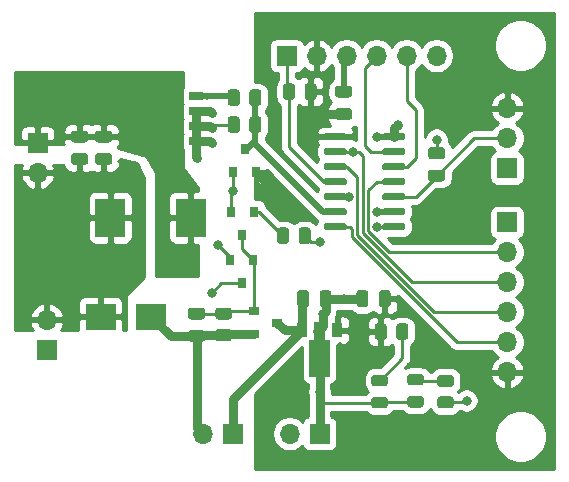
<source format=gtl>
G04 #@! TF.GenerationSoftware,KiCad,Pcbnew,5.1.9+dfsg1-1*
G04 #@! TF.CreationDate,2022-01-28T20:29:42-05:00*
G04 #@! TF.ProjectId,simplePWM,73696d70-6c65-4505-974d-2e6b69636164,rev?*
G04 #@! TF.SameCoordinates,Original*
G04 #@! TF.FileFunction,Copper,L1,Top*
G04 #@! TF.FilePolarity,Positive*
%FSLAX46Y46*%
G04 Gerber Fmt 4.6, Leading zero omitted, Abs format (unit mm)*
G04 Created by KiCad (PCBNEW 5.1.9+dfsg1-1) date 2022-01-28 20:29:42*
%MOMM*%
%LPD*%
G01*
G04 APERTURE LIST*
G04 #@! TA.AperFunction,ComponentPad*
%ADD10O,1.700000X1.700000*%
G04 #@! TD*
G04 #@! TA.AperFunction,ComponentPad*
%ADD11R,1.700000X1.700000*%
G04 #@! TD*
G04 #@! TA.AperFunction,SMDPad,CuDef*
%ADD12R,0.800000X0.900000*%
G04 #@! TD*
G04 #@! TA.AperFunction,SMDPad,CuDef*
%ADD13C,0.100000*%
G04 #@! TD*
G04 #@! TA.AperFunction,SMDPad,CuDef*
%ADD14R,0.900000X1.300000*%
G04 #@! TD*
G04 #@! TA.AperFunction,SMDPad,CuDef*
%ADD15R,0.900000X0.800000*%
G04 #@! TD*
G04 #@! TA.AperFunction,SMDPad,CuDef*
%ADD16R,1.150000X0.700000*%
G04 #@! TD*
G04 #@! TA.AperFunction,SMDPad,CuDef*
%ADD17R,2.500000X2.300000*%
G04 #@! TD*
G04 #@! TA.AperFunction,SMDPad,CuDef*
%ADD18R,2.500000X3.300000*%
G04 #@! TD*
G04 #@! TA.AperFunction,ViaPad*
%ADD19C,0.800000*%
G04 #@! TD*
G04 #@! TA.AperFunction,Conductor*
%ADD20C,0.500000*%
G04 #@! TD*
G04 #@! TA.AperFunction,Conductor*
%ADD21C,0.250000*%
G04 #@! TD*
G04 #@! TA.AperFunction,Conductor*
%ADD22C,0.750000*%
G04 #@! TD*
G04 #@! TA.AperFunction,Conductor*
%ADD23C,0.254000*%
G04 #@! TD*
G04 #@! TA.AperFunction,Conductor*
%ADD24C,0.100000*%
G04 #@! TD*
G04 APERTURE END LIST*
D10*
X126746000Y-103632000D03*
D11*
X126746000Y-106172000D03*
D12*
X143256000Y-100568000D03*
X142306000Y-98568000D03*
X144206000Y-98568000D03*
X143510000Y-89170000D03*
X144460000Y-91170000D03*
X142560000Y-91170000D03*
G04 #@! TA.AperFunction,SMDPad,CuDef*
D13*
G36*
X148993500Y-108472000D02*
G01*
X148993500Y-105347000D01*
X149410000Y-105347000D01*
X149410000Y-103872000D01*
X150310000Y-103872000D01*
X150310000Y-105347000D01*
X150726500Y-105347000D01*
X150726500Y-108472000D01*
X148993500Y-108472000D01*
G37*
G04 #@! TD.AperFunction*
D14*
X148360000Y-104522000D03*
X151360000Y-104522000D03*
G04 #@! TA.AperFunction,SMDPad,CuDef*
G36*
G01*
X155170000Y-88288000D02*
X155170000Y-87988000D01*
G75*
G02*
X155320000Y-87838000I150000J0D01*
G01*
X156970000Y-87838000D01*
G75*
G02*
X157120000Y-87988000I0J-150000D01*
G01*
X157120000Y-88288000D01*
G75*
G02*
X156970000Y-88438000I-150000J0D01*
G01*
X155320000Y-88438000D01*
G75*
G02*
X155170000Y-88288000I0J150000D01*
G01*
G37*
G04 #@! TD.AperFunction*
G04 #@! TA.AperFunction,SMDPad,CuDef*
G36*
G01*
X155170000Y-89558000D02*
X155170000Y-89258000D01*
G75*
G02*
X155320000Y-89108000I150000J0D01*
G01*
X156970000Y-89108000D01*
G75*
G02*
X157120000Y-89258000I0J-150000D01*
G01*
X157120000Y-89558000D01*
G75*
G02*
X156970000Y-89708000I-150000J0D01*
G01*
X155320000Y-89708000D01*
G75*
G02*
X155170000Y-89558000I0J150000D01*
G01*
G37*
G04 #@! TD.AperFunction*
G04 #@! TA.AperFunction,SMDPad,CuDef*
G36*
G01*
X155170000Y-90828000D02*
X155170000Y-90528000D01*
G75*
G02*
X155320000Y-90378000I150000J0D01*
G01*
X156970000Y-90378000D01*
G75*
G02*
X157120000Y-90528000I0J-150000D01*
G01*
X157120000Y-90828000D01*
G75*
G02*
X156970000Y-90978000I-150000J0D01*
G01*
X155320000Y-90978000D01*
G75*
G02*
X155170000Y-90828000I0J150000D01*
G01*
G37*
G04 #@! TD.AperFunction*
G04 #@! TA.AperFunction,SMDPad,CuDef*
G36*
G01*
X155170000Y-92098000D02*
X155170000Y-91798000D01*
G75*
G02*
X155320000Y-91648000I150000J0D01*
G01*
X156970000Y-91648000D01*
G75*
G02*
X157120000Y-91798000I0J-150000D01*
G01*
X157120000Y-92098000D01*
G75*
G02*
X156970000Y-92248000I-150000J0D01*
G01*
X155320000Y-92248000D01*
G75*
G02*
X155170000Y-92098000I0J150000D01*
G01*
G37*
G04 #@! TD.AperFunction*
G04 #@! TA.AperFunction,SMDPad,CuDef*
G36*
G01*
X155170000Y-93368000D02*
X155170000Y-93068000D01*
G75*
G02*
X155320000Y-92918000I150000J0D01*
G01*
X156970000Y-92918000D01*
G75*
G02*
X157120000Y-93068000I0J-150000D01*
G01*
X157120000Y-93368000D01*
G75*
G02*
X156970000Y-93518000I-150000J0D01*
G01*
X155320000Y-93518000D01*
G75*
G02*
X155170000Y-93368000I0J150000D01*
G01*
G37*
G04 #@! TD.AperFunction*
G04 #@! TA.AperFunction,SMDPad,CuDef*
G36*
G01*
X155170000Y-94638000D02*
X155170000Y-94338000D01*
G75*
G02*
X155320000Y-94188000I150000J0D01*
G01*
X156970000Y-94188000D01*
G75*
G02*
X157120000Y-94338000I0J-150000D01*
G01*
X157120000Y-94638000D01*
G75*
G02*
X156970000Y-94788000I-150000J0D01*
G01*
X155320000Y-94788000D01*
G75*
G02*
X155170000Y-94638000I0J150000D01*
G01*
G37*
G04 #@! TD.AperFunction*
G04 #@! TA.AperFunction,SMDPad,CuDef*
G36*
G01*
X155170000Y-95908000D02*
X155170000Y-95608000D01*
G75*
G02*
X155320000Y-95458000I150000J0D01*
G01*
X156970000Y-95458000D01*
G75*
G02*
X157120000Y-95608000I0J-150000D01*
G01*
X157120000Y-95908000D01*
G75*
G02*
X156970000Y-96058000I-150000J0D01*
G01*
X155320000Y-96058000D01*
G75*
G02*
X155170000Y-95908000I0J150000D01*
G01*
G37*
G04 #@! TD.AperFunction*
G04 #@! TA.AperFunction,SMDPad,CuDef*
G36*
G01*
X150220000Y-95908000D02*
X150220000Y-95608000D01*
G75*
G02*
X150370000Y-95458000I150000J0D01*
G01*
X152020000Y-95458000D01*
G75*
G02*
X152170000Y-95608000I0J-150000D01*
G01*
X152170000Y-95908000D01*
G75*
G02*
X152020000Y-96058000I-150000J0D01*
G01*
X150370000Y-96058000D01*
G75*
G02*
X150220000Y-95908000I0J150000D01*
G01*
G37*
G04 #@! TD.AperFunction*
G04 #@! TA.AperFunction,SMDPad,CuDef*
G36*
G01*
X150220000Y-94638000D02*
X150220000Y-94338000D01*
G75*
G02*
X150370000Y-94188000I150000J0D01*
G01*
X152020000Y-94188000D01*
G75*
G02*
X152170000Y-94338000I0J-150000D01*
G01*
X152170000Y-94638000D01*
G75*
G02*
X152020000Y-94788000I-150000J0D01*
G01*
X150370000Y-94788000D01*
G75*
G02*
X150220000Y-94638000I0J150000D01*
G01*
G37*
G04 #@! TD.AperFunction*
G04 #@! TA.AperFunction,SMDPad,CuDef*
G36*
G01*
X150220000Y-93368000D02*
X150220000Y-93068000D01*
G75*
G02*
X150370000Y-92918000I150000J0D01*
G01*
X152020000Y-92918000D01*
G75*
G02*
X152170000Y-93068000I0J-150000D01*
G01*
X152170000Y-93368000D01*
G75*
G02*
X152020000Y-93518000I-150000J0D01*
G01*
X150370000Y-93518000D01*
G75*
G02*
X150220000Y-93368000I0J150000D01*
G01*
G37*
G04 #@! TD.AperFunction*
G04 #@! TA.AperFunction,SMDPad,CuDef*
G36*
G01*
X150220000Y-92098000D02*
X150220000Y-91798000D01*
G75*
G02*
X150370000Y-91648000I150000J0D01*
G01*
X152020000Y-91648000D01*
G75*
G02*
X152170000Y-91798000I0J-150000D01*
G01*
X152170000Y-92098000D01*
G75*
G02*
X152020000Y-92248000I-150000J0D01*
G01*
X150370000Y-92248000D01*
G75*
G02*
X150220000Y-92098000I0J150000D01*
G01*
G37*
G04 #@! TD.AperFunction*
G04 #@! TA.AperFunction,SMDPad,CuDef*
G36*
G01*
X150220000Y-90828000D02*
X150220000Y-90528000D01*
G75*
G02*
X150370000Y-90378000I150000J0D01*
G01*
X152020000Y-90378000D01*
G75*
G02*
X152170000Y-90528000I0J-150000D01*
G01*
X152170000Y-90828000D01*
G75*
G02*
X152020000Y-90978000I-150000J0D01*
G01*
X150370000Y-90978000D01*
G75*
G02*
X150220000Y-90828000I0J150000D01*
G01*
G37*
G04 #@! TD.AperFunction*
G04 #@! TA.AperFunction,SMDPad,CuDef*
G36*
G01*
X150220000Y-89558000D02*
X150220000Y-89258000D01*
G75*
G02*
X150370000Y-89108000I150000J0D01*
G01*
X152020000Y-89108000D01*
G75*
G02*
X152170000Y-89258000I0J-150000D01*
G01*
X152170000Y-89558000D01*
G75*
G02*
X152020000Y-89708000I-150000J0D01*
G01*
X150370000Y-89708000D01*
G75*
G02*
X150220000Y-89558000I0J150000D01*
G01*
G37*
G04 #@! TD.AperFunction*
G04 #@! TA.AperFunction,SMDPad,CuDef*
G36*
G01*
X150220000Y-88288000D02*
X150220000Y-87988000D01*
G75*
G02*
X150370000Y-87838000I150000J0D01*
G01*
X152020000Y-87838000D01*
G75*
G02*
X152170000Y-87988000I0J-150000D01*
G01*
X152170000Y-88288000D01*
G75*
G02*
X152020000Y-88438000I-150000J0D01*
G01*
X150370000Y-88438000D01*
G75*
G02*
X150220000Y-88288000I0J150000D01*
G01*
G37*
G04 #@! TD.AperFunction*
G04 #@! TA.AperFunction,SMDPad,CuDef*
G36*
G01*
X147277500Y-96069999D02*
X147277500Y-96970001D01*
G75*
G02*
X147027501Y-97220000I-249999J0D01*
G01*
X146502499Y-97220000D01*
G75*
G02*
X146252500Y-96970001I0J249999D01*
G01*
X146252500Y-96069999D01*
G75*
G02*
X146502499Y-95820000I249999J0D01*
G01*
X147027501Y-95820000D01*
G75*
G02*
X147277500Y-96069999I0J-249999D01*
G01*
G37*
G04 #@! TD.AperFunction*
G04 #@! TA.AperFunction,SMDPad,CuDef*
G36*
G01*
X149102500Y-96069999D02*
X149102500Y-96970001D01*
G75*
G02*
X148852501Y-97220000I-249999J0D01*
G01*
X148327499Y-97220000D01*
G75*
G02*
X148077500Y-96970001I0J249999D01*
G01*
X148077500Y-96069999D01*
G75*
G02*
X148327499Y-95820000I249999J0D01*
G01*
X148852501Y-95820000D01*
G75*
G02*
X149102500Y-96069999I0J-249999D01*
G01*
G37*
G04 #@! TD.AperFunction*
G04 #@! TA.AperFunction,SMDPad,CuDef*
G36*
G01*
X156356000Y-105098001D02*
X156356000Y-104197999D01*
G75*
G02*
X156605999Y-103948000I249999J0D01*
G01*
X157131001Y-103948000D01*
G75*
G02*
X157381000Y-104197999I0J-249999D01*
G01*
X157381000Y-105098001D01*
G75*
G02*
X157131001Y-105348000I-249999J0D01*
G01*
X156605999Y-105348000D01*
G75*
G02*
X156356000Y-105098001I0J249999D01*
G01*
G37*
G04 #@! TD.AperFunction*
G04 #@! TA.AperFunction,SMDPad,CuDef*
G36*
G01*
X154531000Y-105098001D02*
X154531000Y-104197999D01*
G75*
G02*
X154780999Y-103948000I249999J0D01*
G01*
X155306001Y-103948000D01*
G75*
G02*
X155556000Y-104197999I0J-249999D01*
G01*
X155556000Y-105098001D01*
G75*
G02*
X155306001Y-105348000I-249999J0D01*
G01*
X154780999Y-105348000D01*
G75*
G02*
X154531000Y-105098001I0J249999D01*
G01*
G37*
G04 #@! TD.AperFunction*
G04 #@! TA.AperFunction,SMDPad,CuDef*
G36*
G01*
X142182001Y-103636500D02*
X141281999Y-103636500D01*
G75*
G02*
X141032000Y-103386501I0J249999D01*
G01*
X141032000Y-102861499D01*
G75*
G02*
X141281999Y-102611500I249999J0D01*
G01*
X142182001Y-102611500D01*
G75*
G02*
X142432000Y-102861499I0J-249999D01*
G01*
X142432000Y-103386501D01*
G75*
G02*
X142182001Y-103636500I-249999J0D01*
G01*
G37*
G04 #@! TD.AperFunction*
G04 #@! TA.AperFunction,SMDPad,CuDef*
G36*
G01*
X142182001Y-105461500D02*
X141281999Y-105461500D01*
G75*
G02*
X141032000Y-105211501I0J249999D01*
G01*
X141032000Y-104686499D01*
G75*
G02*
X141281999Y-104436500I249999J0D01*
G01*
X142182001Y-104436500D01*
G75*
G02*
X142432000Y-104686499I0J-249999D01*
G01*
X142432000Y-105211501D01*
G75*
G02*
X142182001Y-105461500I-249999J0D01*
G01*
G37*
G04 #@! TD.AperFunction*
G04 #@! TA.AperFunction,SMDPad,CuDef*
G36*
G01*
X160978001Y-109328000D02*
X160077999Y-109328000D01*
G75*
G02*
X159828000Y-109078001I0J249999D01*
G01*
X159828000Y-108552999D01*
G75*
G02*
X160077999Y-108303000I249999J0D01*
G01*
X160978001Y-108303000D01*
G75*
G02*
X161228000Y-108552999I0J-249999D01*
G01*
X161228000Y-109078001D01*
G75*
G02*
X160978001Y-109328000I-249999J0D01*
G01*
G37*
G04 #@! TD.AperFunction*
G04 #@! TA.AperFunction,SMDPad,CuDef*
G36*
G01*
X160978001Y-111153000D02*
X160077999Y-111153000D01*
G75*
G02*
X159828000Y-110903001I0J249999D01*
G01*
X159828000Y-110377999D01*
G75*
G02*
X160077999Y-110128000I249999J0D01*
G01*
X160978001Y-110128000D01*
G75*
G02*
X161228000Y-110377999I0J-249999D01*
G01*
X161228000Y-110903001D01*
G75*
G02*
X160978001Y-111153000I-249999J0D01*
G01*
G37*
G04 #@! TD.AperFunction*
G04 #@! TA.AperFunction,SMDPad,CuDef*
G36*
G01*
X143910000Y-87572001D02*
X143910000Y-86671999D01*
G75*
G02*
X144159999Y-86422000I249999J0D01*
G01*
X144685001Y-86422000D01*
G75*
G02*
X144935000Y-86671999I0J-249999D01*
G01*
X144935000Y-87572001D01*
G75*
G02*
X144685001Y-87822000I-249999J0D01*
G01*
X144159999Y-87822000D01*
G75*
G02*
X143910000Y-87572001I0J249999D01*
G01*
G37*
G04 #@! TD.AperFunction*
G04 #@! TA.AperFunction,SMDPad,CuDef*
G36*
G01*
X142085000Y-87572001D02*
X142085000Y-86671999D01*
G75*
G02*
X142334999Y-86422000I249999J0D01*
G01*
X142860001Y-86422000D01*
G75*
G02*
X143110000Y-86671999I0J-249999D01*
G01*
X143110000Y-87572001D01*
G75*
G02*
X142860001Y-87822000I-249999J0D01*
G01*
X142334999Y-87822000D01*
G75*
G02*
X142085000Y-87572001I0J249999D01*
G01*
G37*
G04 #@! TD.AperFunction*
G04 #@! TA.AperFunction,SMDPad,CuDef*
G36*
G01*
X143110000Y-84385999D02*
X143110000Y-85286001D01*
G75*
G02*
X142860001Y-85536000I-249999J0D01*
G01*
X142334999Y-85536000D01*
G75*
G02*
X142085000Y-85286001I0J249999D01*
G01*
X142085000Y-84385999D01*
G75*
G02*
X142334999Y-84136000I249999J0D01*
G01*
X142860001Y-84136000D01*
G75*
G02*
X143110000Y-84385999I0J-249999D01*
G01*
G37*
G04 #@! TD.AperFunction*
G04 #@! TA.AperFunction,SMDPad,CuDef*
G36*
G01*
X144935000Y-84385999D02*
X144935000Y-85286001D01*
G75*
G02*
X144685001Y-85536000I-249999J0D01*
G01*
X144159999Y-85536000D01*
G75*
G02*
X143910000Y-85286001I0J249999D01*
G01*
X143910000Y-84385999D01*
G75*
G02*
X144159999Y-84136000I249999J0D01*
G01*
X144685001Y-84136000D01*
G75*
G02*
X144935000Y-84385999I0J-249999D01*
G01*
G37*
G04 #@! TD.AperFunction*
G04 #@! TA.AperFunction,SMDPad,CuDef*
G36*
G01*
X147785500Y-83877999D02*
X147785500Y-84778001D01*
G75*
G02*
X147535501Y-85028000I-249999J0D01*
G01*
X147010499Y-85028000D01*
G75*
G02*
X146760500Y-84778001I0J249999D01*
G01*
X146760500Y-83877999D01*
G75*
G02*
X147010499Y-83628000I249999J0D01*
G01*
X147535501Y-83628000D01*
G75*
G02*
X147785500Y-83877999I0J-249999D01*
G01*
G37*
G04 #@! TD.AperFunction*
G04 #@! TA.AperFunction,SMDPad,CuDef*
G36*
G01*
X149610500Y-83877999D02*
X149610500Y-84778001D01*
G75*
G02*
X149360501Y-85028000I-249999J0D01*
G01*
X148835499Y-85028000D01*
G75*
G02*
X148585500Y-84778001I0J249999D01*
G01*
X148585500Y-83877999D01*
G75*
G02*
X148835499Y-83628000I249999J0D01*
G01*
X149360501Y-83628000D01*
G75*
G02*
X149610500Y-83877999I0J-249999D01*
G01*
G37*
G04 #@! TD.AperFunction*
D12*
X143322000Y-96488000D03*
X142372000Y-94488000D03*
X144272000Y-94488000D03*
D15*
X146288000Y-103886000D03*
X144288000Y-104836000D03*
X144288000Y-102936000D03*
G04 #@! TA.AperFunction,SMDPad,CuDef*
D13*
G36*
X133169000Y-84264000D02*
G01*
X134719000Y-84264000D01*
X134719000Y-84514000D01*
X137794000Y-84514000D01*
X137794000Y-88714000D01*
X134719000Y-88714000D01*
X134719000Y-88964000D01*
X133169000Y-88964000D01*
X133169000Y-84264000D01*
G37*
G04 #@! TD.AperFunction*
D16*
X139414000Y-84704000D03*
X139414000Y-85974000D03*
X139414000Y-88524000D03*
X139414000Y-87254000D03*
D10*
X147320000Y-113284000D03*
D11*
X149860000Y-113284000D03*
D10*
X139954000Y-113284000D03*
D11*
X142494000Y-113284000D03*
D10*
X165735000Y-108077000D03*
X165735000Y-105537000D03*
X165735000Y-102997000D03*
X165735000Y-100457000D03*
X165735000Y-97917000D03*
D11*
X165735000Y-95377000D03*
D10*
X159766000Y-81280000D03*
X157226000Y-81280000D03*
X154686000Y-81280000D03*
X152146000Y-81280000D03*
X149606000Y-81280000D03*
D11*
X147066000Y-81280000D03*
D10*
X125984000Y-91186000D03*
D11*
X125984000Y-88646000D03*
D10*
X165735000Y-85725000D03*
X165735000Y-88265000D03*
D11*
X165735000Y-90805000D03*
G04 #@! TA.AperFunction,SMDPad,CuDef*
G36*
G01*
X155396250Y-109278000D02*
X154483750Y-109278000D01*
G75*
G02*
X154240000Y-109034250I0J243750D01*
G01*
X154240000Y-108546750D01*
G75*
G02*
X154483750Y-108303000I243750J0D01*
G01*
X155396250Y-108303000D01*
G75*
G02*
X155640000Y-108546750I0J-243750D01*
G01*
X155640000Y-109034250D01*
G75*
G02*
X155396250Y-109278000I-243750J0D01*
G01*
G37*
G04 #@! TD.AperFunction*
G04 #@! TA.AperFunction,SMDPad,CuDef*
G36*
G01*
X155396250Y-111153000D02*
X154483750Y-111153000D01*
G75*
G02*
X154240000Y-110909250I0J243750D01*
G01*
X154240000Y-110421750D01*
G75*
G02*
X154483750Y-110178000I243750J0D01*
G01*
X155396250Y-110178000D01*
G75*
G02*
X155640000Y-110421750I0J-243750D01*
G01*
X155640000Y-110909250D01*
G75*
G02*
X155396250Y-111153000I-243750J0D01*
G01*
G37*
G04 #@! TD.AperFunction*
D17*
X131318000Y-103378000D03*
X135618000Y-103378000D03*
G04 #@! TA.AperFunction,SMDPad,CuDef*
G36*
G01*
X158444250Y-109199500D02*
X157531750Y-109199500D01*
G75*
G02*
X157288000Y-108955750I0J243750D01*
G01*
X157288000Y-108468250D01*
G75*
G02*
X157531750Y-108224500I243750J0D01*
G01*
X158444250Y-108224500D01*
G75*
G02*
X158688000Y-108468250I0J-243750D01*
G01*
X158688000Y-108955750D01*
G75*
G02*
X158444250Y-109199500I-243750J0D01*
G01*
G37*
G04 #@! TD.AperFunction*
G04 #@! TA.AperFunction,SMDPad,CuDef*
G36*
G01*
X158444250Y-111074500D02*
X157531750Y-111074500D01*
G75*
G02*
X157288000Y-110830750I0J243750D01*
G01*
X157288000Y-110343250D01*
G75*
G02*
X157531750Y-110099500I243750J0D01*
G01*
X158444250Y-110099500D01*
G75*
G02*
X158688000Y-110343250I0J-243750D01*
G01*
X158688000Y-110830750D01*
G75*
G02*
X158444250Y-111074500I-243750J0D01*
G01*
G37*
G04 #@! TD.AperFunction*
D18*
X138938000Y-94996000D03*
X132138000Y-94996000D03*
G04 #@! TA.AperFunction,SMDPad,CuDef*
G36*
G01*
X153982000Y-101379000D02*
X153982000Y-102329000D01*
G75*
G02*
X153732000Y-102579000I-250000J0D01*
G01*
X153232000Y-102579000D01*
G75*
G02*
X152982000Y-102329000I0J250000D01*
G01*
X152982000Y-101379000D01*
G75*
G02*
X153232000Y-101129000I250000J0D01*
G01*
X153732000Y-101129000D01*
G75*
G02*
X153982000Y-101379000I0J-250000D01*
G01*
G37*
G04 #@! TD.AperFunction*
G04 #@! TA.AperFunction,SMDPad,CuDef*
G36*
G01*
X155882000Y-101379000D02*
X155882000Y-102329000D01*
G75*
G02*
X155632000Y-102579000I-250000J0D01*
G01*
X155132000Y-102579000D01*
G75*
G02*
X154882000Y-102329000I0J250000D01*
G01*
X154882000Y-101379000D01*
G75*
G02*
X155132000Y-101129000I250000J0D01*
G01*
X155632000Y-101129000D01*
G75*
G02*
X155882000Y-101379000I0J-250000D01*
G01*
G37*
G04 #@! TD.AperFunction*
G04 #@! TA.AperFunction,SMDPad,CuDef*
G36*
G01*
X149868000Y-102329000D02*
X149868000Y-101379000D01*
G75*
G02*
X150118000Y-101129000I250000J0D01*
G01*
X150618000Y-101129000D01*
G75*
G02*
X150868000Y-101379000I0J-250000D01*
G01*
X150868000Y-102329000D01*
G75*
G02*
X150618000Y-102579000I-250000J0D01*
G01*
X150118000Y-102579000D01*
G75*
G02*
X149868000Y-102329000I0J250000D01*
G01*
G37*
G04 #@! TD.AperFunction*
G04 #@! TA.AperFunction,SMDPad,CuDef*
G36*
G01*
X147968000Y-102329000D02*
X147968000Y-101379000D01*
G75*
G02*
X148218000Y-101129000I250000J0D01*
G01*
X148718000Y-101129000D01*
G75*
G02*
X148968000Y-101379000I0J-250000D01*
G01*
X148968000Y-102329000D01*
G75*
G02*
X148718000Y-102579000I-250000J0D01*
G01*
X148218000Y-102579000D01*
G75*
G02*
X147968000Y-102329000I0J250000D01*
G01*
G37*
G04 #@! TD.AperFunction*
G04 #@! TA.AperFunction,SMDPad,CuDef*
G36*
G01*
X139921000Y-103624000D02*
X138971000Y-103624000D01*
G75*
G02*
X138721000Y-103374000I0J250000D01*
G01*
X138721000Y-102874000D01*
G75*
G02*
X138971000Y-102624000I250000J0D01*
G01*
X139921000Y-102624000D01*
G75*
G02*
X140171000Y-102874000I0J-250000D01*
G01*
X140171000Y-103374000D01*
G75*
G02*
X139921000Y-103624000I-250000J0D01*
G01*
G37*
G04 #@! TD.AperFunction*
G04 #@! TA.AperFunction,SMDPad,CuDef*
G36*
G01*
X139921000Y-105524000D02*
X138971000Y-105524000D01*
G75*
G02*
X138721000Y-105274000I0J250000D01*
G01*
X138721000Y-104774000D01*
G75*
G02*
X138971000Y-104524000I250000J0D01*
G01*
X139921000Y-104524000D01*
G75*
G02*
X140171000Y-104774000I0J-250000D01*
G01*
X140171000Y-105274000D01*
G75*
G02*
X139921000Y-105524000I-250000J0D01*
G01*
G37*
G04 #@! TD.AperFunction*
G04 #@! TA.AperFunction,SMDPad,CuDef*
G36*
G01*
X132047000Y-88638000D02*
X131097000Y-88638000D01*
G75*
G02*
X130847000Y-88388000I0J250000D01*
G01*
X130847000Y-87888000D01*
G75*
G02*
X131097000Y-87638000I250000J0D01*
G01*
X132047000Y-87638000D01*
G75*
G02*
X132297000Y-87888000I0J-250000D01*
G01*
X132297000Y-88388000D01*
G75*
G02*
X132047000Y-88638000I-250000J0D01*
G01*
G37*
G04 #@! TD.AperFunction*
G04 #@! TA.AperFunction,SMDPad,CuDef*
G36*
G01*
X132047000Y-90538000D02*
X131097000Y-90538000D01*
G75*
G02*
X130847000Y-90288000I0J250000D01*
G01*
X130847000Y-89788000D01*
G75*
G02*
X131097000Y-89538000I250000J0D01*
G01*
X132047000Y-89538000D01*
G75*
G02*
X132297000Y-89788000I0J-250000D01*
G01*
X132297000Y-90288000D01*
G75*
G02*
X132047000Y-90538000I-250000J0D01*
G01*
G37*
G04 #@! TD.AperFunction*
G04 #@! TA.AperFunction,SMDPad,CuDef*
G36*
G01*
X130015000Y-88638000D02*
X129065000Y-88638000D01*
G75*
G02*
X128815000Y-88388000I0J250000D01*
G01*
X128815000Y-87888000D01*
G75*
G02*
X129065000Y-87638000I250000J0D01*
G01*
X130015000Y-87638000D01*
G75*
G02*
X130265000Y-87888000I0J-250000D01*
G01*
X130265000Y-88388000D01*
G75*
G02*
X130015000Y-88638000I-250000J0D01*
G01*
G37*
G04 #@! TD.AperFunction*
G04 #@! TA.AperFunction,SMDPad,CuDef*
G36*
G01*
X130015000Y-90538000D02*
X129065000Y-90538000D01*
G75*
G02*
X128815000Y-90288000I0J250000D01*
G01*
X128815000Y-89788000D01*
G75*
G02*
X129065000Y-89538000I250000J0D01*
G01*
X130015000Y-89538000D01*
G75*
G02*
X130265000Y-89788000I0J-250000D01*
G01*
X130265000Y-90288000D01*
G75*
G02*
X130015000Y-90538000I-250000J0D01*
G01*
G37*
G04 #@! TD.AperFunction*
G04 #@! TA.AperFunction,SMDPad,CuDef*
G36*
G01*
X152367000Y-84828000D02*
X151417000Y-84828000D01*
G75*
G02*
X151167000Y-84578000I0J250000D01*
G01*
X151167000Y-84078000D01*
G75*
G02*
X151417000Y-83828000I250000J0D01*
G01*
X152367000Y-83828000D01*
G75*
G02*
X152617000Y-84078000I0J-250000D01*
G01*
X152617000Y-84578000D01*
G75*
G02*
X152367000Y-84828000I-250000J0D01*
G01*
G37*
G04 #@! TD.AperFunction*
G04 #@! TA.AperFunction,SMDPad,CuDef*
G36*
G01*
X152367000Y-86728000D02*
X151417000Y-86728000D01*
G75*
G02*
X151167000Y-86478000I0J250000D01*
G01*
X151167000Y-85978000D01*
G75*
G02*
X151417000Y-85728000I250000J0D01*
G01*
X152367000Y-85728000D01*
G75*
G02*
X152617000Y-85978000I0J-250000D01*
G01*
X152617000Y-86478000D01*
G75*
G02*
X152367000Y-86728000I-250000J0D01*
G01*
G37*
G04 #@! TD.AperFunction*
G04 #@! TA.AperFunction,SMDPad,CuDef*
G36*
G01*
X160241000Y-90040000D02*
X159291000Y-90040000D01*
G75*
G02*
X159041000Y-89790000I0J250000D01*
G01*
X159041000Y-89290000D01*
G75*
G02*
X159291000Y-89040000I250000J0D01*
G01*
X160241000Y-89040000D01*
G75*
G02*
X160491000Y-89290000I0J-250000D01*
G01*
X160491000Y-89790000D01*
G75*
G02*
X160241000Y-90040000I-250000J0D01*
G01*
G37*
G04 #@! TD.AperFunction*
G04 #@! TA.AperFunction,SMDPad,CuDef*
G36*
G01*
X160241000Y-91940000D02*
X159291000Y-91940000D01*
G75*
G02*
X159041000Y-91690000I0J250000D01*
G01*
X159041000Y-91190000D01*
G75*
G02*
X159291000Y-90940000I250000J0D01*
G01*
X160241000Y-90940000D01*
G75*
G02*
X160491000Y-91190000I0J-250000D01*
G01*
X160491000Y-91690000D01*
G75*
G02*
X160241000Y-91940000I-250000J0D01*
G01*
G37*
G04 #@! TD.AperFunction*
D19*
X159766000Y-88392000D03*
X156464000Y-87122000D03*
X154686000Y-88138000D03*
X151892000Y-101854000D03*
X150114000Y-103124000D03*
X149860000Y-109728000D03*
X140716000Y-86106000D03*
X140716000Y-87376000D03*
X140716000Y-88646000D03*
X139446000Y-89916000D03*
X142494000Y-92710000D03*
X148844000Y-87249000D03*
X145669000Y-92202000D03*
X154686000Y-94488000D03*
X141224000Y-97282000D03*
X152654000Y-89408000D03*
X162306000Y-110490000D03*
X152335979Y-93218000D03*
X154686000Y-95758000D03*
X149860000Y-97028000D03*
X140716000Y-101346000D03*
D20*
X151892000Y-81534000D02*
X152146000Y-81280000D01*
X151892000Y-84328000D02*
X151892000Y-81534000D01*
D21*
X159766000Y-89540000D02*
X159766000Y-88392000D01*
D22*
X156145000Y-87441000D02*
X156464000Y-87122000D01*
X156145000Y-88138000D02*
X156145000Y-87441000D01*
D20*
X156145000Y-88138000D02*
X154686000Y-88138000D01*
D22*
X153482000Y-101854000D02*
X151892000Y-101854000D01*
X150368000Y-101854000D02*
X151892000Y-101854000D01*
X150368000Y-102870000D02*
X150114000Y-103124000D01*
X150368000Y-101854000D02*
X150368000Y-102870000D01*
X149860000Y-104609500D02*
X149644500Y-104609500D01*
X150114000Y-104140000D02*
X150114000Y-103124000D01*
X149644500Y-104609500D02*
X150114000Y-104140000D01*
X149860000Y-104609500D02*
X149860000Y-109728000D01*
D21*
X150192500Y-110665500D02*
X149860000Y-110998000D01*
D22*
X149860000Y-110998000D02*
X149860000Y-109728000D01*
D21*
X154940000Y-110665500D02*
X150192500Y-110665500D01*
D22*
X149860000Y-113284000D02*
X149860000Y-110998000D01*
D21*
X155018500Y-110587000D02*
X154940000Y-110665500D01*
X157988000Y-110587000D02*
X155018500Y-110587000D01*
D22*
X140584000Y-85974000D02*
X140716000Y-86106000D01*
X139414000Y-85974000D02*
X140584000Y-85974000D01*
X140594000Y-87254000D02*
X140716000Y-87376000D01*
X139414000Y-87254000D02*
X140594000Y-87254000D01*
X140594000Y-88524000D02*
X140716000Y-88646000D01*
X139414000Y-88524000D02*
X140594000Y-88524000D01*
X139414000Y-85974000D02*
X139414000Y-87254000D01*
X139414000Y-87254000D02*
X139414000Y-88524000D01*
X139414000Y-89884000D02*
X139446000Y-89916000D01*
X139414000Y-88524000D02*
X139414000Y-89884000D01*
D21*
X140970000Y-87122000D02*
X140716000Y-87376000D01*
X142597500Y-87122000D02*
X140970000Y-87122000D01*
X142560000Y-92644000D02*
X142494000Y-92710000D01*
X142560000Y-91170000D02*
X142560000Y-92644000D01*
X142372000Y-92832000D02*
X142494000Y-92710000D01*
X142372000Y-94488000D02*
X142372000Y-92832000D01*
X157988000Y-93218000D02*
X159766000Y-91440000D01*
X156145000Y-93218000D02*
X157988000Y-93218000D01*
X162941000Y-88265000D02*
X159766000Y-91440000D01*
X165735000Y-88265000D02*
X162941000Y-88265000D01*
D22*
X149865000Y-86228000D02*
X148844000Y-87249000D01*
X151892000Y-86228000D02*
X149865000Y-86228000D01*
X145492000Y-92202000D02*
X144460000Y-91170000D01*
X145669000Y-92202000D02*
X145492000Y-92202000D01*
D21*
X141478000Y-102870000D02*
X141732000Y-103124000D01*
X139446000Y-103124000D02*
X141732000Y-103124000D01*
X141920000Y-102936000D02*
X141732000Y-103124000D01*
X144288000Y-102936000D02*
X141920000Y-102936000D01*
X143322000Y-97684000D02*
X144206000Y-98568000D01*
X143322000Y-96488000D02*
X143322000Y-97684000D01*
X144288000Y-98650000D02*
X144206000Y-98568000D01*
X144288000Y-102936000D02*
X144288000Y-98650000D01*
D22*
X141845000Y-104836000D02*
X141732000Y-104949000D01*
X144288000Y-104836000D02*
X141845000Y-104836000D01*
X137264000Y-105024000D02*
X135618000Y-103378000D01*
X139446000Y-105024000D02*
X137264000Y-105024000D01*
X139521000Y-104949000D02*
X139446000Y-105024000D01*
X141732000Y-104949000D02*
X139521000Y-104949000D01*
X139446000Y-112776000D02*
X139954000Y-113284000D01*
X139446000Y-105024000D02*
X139446000Y-112776000D01*
X146924000Y-104522000D02*
X146288000Y-103886000D01*
X148360000Y-104522000D02*
X146924000Y-104522000D01*
X148360000Y-101962000D02*
X148468000Y-101854000D01*
X148360000Y-104522000D02*
X148360000Y-101962000D01*
X142494000Y-110388000D02*
X148360000Y-104522000D01*
X142494000Y-113284000D02*
X142494000Y-110388000D01*
D21*
X158091500Y-108815500D02*
X157988000Y-108712000D01*
X160528000Y-108815500D02*
X158091500Y-108815500D01*
X156868500Y-106862000D02*
X154940000Y-108790500D01*
X156868500Y-104648000D02*
X156868500Y-106862000D01*
D20*
X156145000Y-94488000D02*
X154686000Y-94488000D01*
D21*
X142306000Y-98568000D02*
X142306000Y-98364000D01*
X142306000Y-98364000D02*
X141224000Y-97282000D01*
X165608000Y-102362000D02*
X166116000Y-102362000D01*
X165608000Y-102362000D02*
X165354000Y-102616000D01*
X152170000Y-90678000D02*
X151195000Y-90678000D01*
X153060979Y-91568979D02*
X152170000Y-90678000D01*
X153060979Y-96478801D02*
X153060979Y-91568979D01*
X159579178Y-102997000D02*
X153060979Y-96478801D01*
X165735000Y-102997000D02*
X159579178Y-102997000D01*
X157226000Y-85090000D02*
X157226000Y-81280000D01*
X157988000Y-85852000D02*
X157226000Y-85090000D01*
X157988000Y-89916000D02*
X157988000Y-85852000D01*
X157226000Y-90678000D02*
X157988000Y-89916000D01*
X156145000Y-90678000D02*
X157226000Y-90678000D01*
X156145000Y-89408000D02*
X154178000Y-89408000D01*
X154178000Y-89408000D02*
X153670000Y-88900000D01*
X153670000Y-82296000D02*
X154686000Y-81280000D01*
X153670000Y-88900000D02*
X153670000Y-82296000D01*
X147066000Y-84121000D02*
X147273000Y-84328000D01*
X147066000Y-81280000D02*
X147066000Y-84121000D01*
X147273000Y-89001000D02*
X147273000Y-84328000D01*
X150220000Y-91948000D02*
X147273000Y-89001000D01*
X151195000Y-91948000D02*
X150220000Y-91948000D01*
X165608000Y-97282000D02*
X165608000Y-97536000D01*
X154686000Y-91948000D02*
X156145000Y-91948000D01*
X153960999Y-92673001D02*
X154686000Y-91948000D01*
X153960999Y-96106001D02*
X153960999Y-92673001D01*
X155771998Y-97917000D02*
X153960999Y-96106001D01*
X165735000Y-97917000D02*
X155771998Y-97917000D01*
X151195000Y-89408000D02*
X152654000Y-89408000D01*
X165608000Y-99822000D02*
X165608000Y-100076000D01*
X153162000Y-89408000D02*
X152654000Y-89408000D01*
X153510989Y-89756989D02*
X153162000Y-89408000D01*
X157675588Y-100457000D02*
X153510989Y-96292401D01*
X153510989Y-96292401D02*
X153510989Y-89756989D01*
X165735000Y-100457000D02*
X157675588Y-100457000D01*
X152400000Y-95758000D02*
X151195000Y-95758000D01*
X152610970Y-95968970D02*
X152400000Y-95758000D01*
X152610970Y-96665202D02*
X152610970Y-95968970D01*
X161482768Y-105537000D02*
X152610970Y-96665202D01*
X165735000Y-105537000D02*
X161482768Y-105537000D01*
X140308000Y-84836000D02*
X140176000Y-84704000D01*
D20*
X142465500Y-84704000D02*
X142597500Y-84836000D01*
X140176000Y-84704000D02*
X142465500Y-84704000D01*
X140176000Y-84704000D02*
X139414000Y-84704000D01*
D21*
X144733000Y-94488000D02*
X146765000Y-96520000D01*
X144272000Y-94488000D02*
X144733000Y-94488000D01*
X162155500Y-110640500D02*
X162306000Y-110490000D01*
X160528000Y-110640500D02*
X162155500Y-110640500D01*
X152335979Y-93218000D02*
X151195000Y-93218000D01*
X156145000Y-95758000D02*
X154686000Y-95758000D01*
X149098000Y-97028000D02*
X148590000Y-96520000D01*
X149860000Y-97028000D02*
X149098000Y-97028000D01*
D20*
X151195000Y-94488000D02*
X150114000Y-94488000D01*
X150114000Y-94488000D02*
X144422500Y-88796500D01*
X143748000Y-89170000D02*
X144422500Y-88495500D01*
X143510000Y-89170000D02*
X143748000Y-89170000D01*
X144422500Y-88495500D02*
X144422500Y-87122000D01*
X144422500Y-88796500D02*
X144422500Y-88495500D01*
X144422500Y-87122000D02*
X144422500Y-84836000D01*
D21*
X143256000Y-100568000D02*
X141494000Y-100568000D01*
X141494000Y-100568000D02*
X140716000Y-101346000D01*
D23*
X169711001Y-116277000D02*
X144399000Y-116277000D01*
X144399000Y-109911355D01*
X148355428Y-105954928D01*
X148355428Y-108472000D01*
X148367688Y-108596482D01*
X148403998Y-108716180D01*
X148462963Y-108826494D01*
X148542315Y-108923185D01*
X148639006Y-109002537D01*
X148749320Y-109061502D01*
X148850001Y-109092043D01*
X148850001Y-109500372D01*
X148825000Y-109626061D01*
X148825000Y-109829939D01*
X148850001Y-109955628D01*
X148850000Y-111047607D01*
X148850001Y-111047617D01*
X148850001Y-111818962D01*
X148765820Y-111844498D01*
X148655506Y-111903463D01*
X148558815Y-111982815D01*
X148479463Y-112079506D01*
X148420498Y-112189820D01*
X148398487Y-112262380D01*
X148266632Y-112130525D01*
X148023411Y-111968010D01*
X147753158Y-111856068D01*
X147466260Y-111799000D01*
X147173740Y-111799000D01*
X146886842Y-111856068D01*
X146616589Y-111968010D01*
X146373368Y-112130525D01*
X146166525Y-112337368D01*
X146004010Y-112580589D01*
X145892068Y-112850842D01*
X145835000Y-113137740D01*
X145835000Y-113430260D01*
X145892068Y-113717158D01*
X146004010Y-113987411D01*
X146166525Y-114230632D01*
X146373368Y-114437475D01*
X146616589Y-114599990D01*
X146886842Y-114711932D01*
X147173740Y-114769000D01*
X147466260Y-114769000D01*
X147753158Y-114711932D01*
X148023411Y-114599990D01*
X148266632Y-114437475D01*
X148398487Y-114305620D01*
X148420498Y-114378180D01*
X148479463Y-114488494D01*
X148558815Y-114585185D01*
X148655506Y-114664537D01*
X148765820Y-114723502D01*
X148885518Y-114759812D01*
X149010000Y-114772072D01*
X150710000Y-114772072D01*
X150834482Y-114759812D01*
X150954180Y-114723502D01*
X151064494Y-114664537D01*
X151161185Y-114585185D01*
X151240537Y-114488494D01*
X151299502Y-114378180D01*
X151335812Y-114258482D01*
X151348072Y-114134000D01*
X151348072Y-113317872D01*
X164643000Y-113317872D01*
X164643000Y-113758128D01*
X164728890Y-114189925D01*
X164897369Y-114596669D01*
X165141962Y-114962729D01*
X165453271Y-115274038D01*
X165819331Y-115518631D01*
X166226075Y-115687110D01*
X166657872Y-115773000D01*
X167098128Y-115773000D01*
X167529925Y-115687110D01*
X167936669Y-115518631D01*
X168302729Y-115274038D01*
X168614038Y-114962729D01*
X168858631Y-114596669D01*
X169027110Y-114189925D01*
X169113000Y-113758128D01*
X169113000Y-113317872D01*
X169027110Y-112886075D01*
X168858631Y-112479331D01*
X168614038Y-112113271D01*
X168302729Y-111801962D01*
X167936669Y-111557369D01*
X167529925Y-111388890D01*
X167098128Y-111303000D01*
X166657872Y-111303000D01*
X166226075Y-111388890D01*
X165819331Y-111557369D01*
X165453271Y-111801962D01*
X165141962Y-112113271D01*
X164897369Y-112479331D01*
X164728890Y-112886075D01*
X164643000Y-113317872D01*
X151348072Y-113317872D01*
X151348072Y-112434000D01*
X151335812Y-112309518D01*
X151299502Y-112189820D01*
X151240537Y-112079506D01*
X151161185Y-111982815D01*
X151064494Y-111903463D01*
X150954180Y-111844498D01*
X150870000Y-111818962D01*
X150870000Y-111425500D01*
X153772155Y-111425500D01*
X153860208Y-111532792D01*
X153993836Y-111642458D01*
X154146291Y-111723947D01*
X154311715Y-111774128D01*
X154483750Y-111791072D01*
X155396250Y-111791072D01*
X155568285Y-111774128D01*
X155733709Y-111723947D01*
X155886164Y-111642458D01*
X156019792Y-111532792D01*
X156129458Y-111399164D01*
X156157340Y-111347000D01*
X156820155Y-111347000D01*
X156908208Y-111454292D01*
X157041836Y-111563958D01*
X157194291Y-111645447D01*
X157359715Y-111695628D01*
X157531750Y-111712572D01*
X158444250Y-111712572D01*
X158616285Y-111695628D01*
X158781709Y-111645447D01*
X158934164Y-111563958D01*
X159067792Y-111454292D01*
X159177458Y-111320664D01*
X159243597Y-111196927D01*
X159257528Y-111242851D01*
X159339595Y-111396387D01*
X159450038Y-111530962D01*
X159584613Y-111641405D01*
X159738149Y-111723472D01*
X159904745Y-111774008D01*
X160077999Y-111791072D01*
X160978001Y-111791072D01*
X161151255Y-111774008D01*
X161317851Y-111723472D01*
X161471387Y-111641405D01*
X161605962Y-111530962D01*
X161713030Y-111400500D01*
X161805709Y-111400500D01*
X161815744Y-111407205D01*
X162004102Y-111485226D01*
X162204061Y-111525000D01*
X162407939Y-111525000D01*
X162607898Y-111485226D01*
X162796256Y-111407205D01*
X162965774Y-111293937D01*
X163109937Y-111149774D01*
X163223205Y-110980256D01*
X163301226Y-110791898D01*
X163341000Y-110591939D01*
X163341000Y-110388061D01*
X163301226Y-110188102D01*
X163223205Y-109999744D01*
X163109937Y-109830226D01*
X162965774Y-109686063D01*
X162796256Y-109572795D01*
X162607898Y-109494774D01*
X162407939Y-109455000D01*
X162204061Y-109455000D01*
X162004102Y-109494774D01*
X161815744Y-109572795D01*
X161646226Y-109686063D01*
X161592939Y-109739350D01*
X161579109Y-109728000D01*
X161605962Y-109705962D01*
X161716405Y-109571387D01*
X161798472Y-109417851D01*
X161849008Y-109251255D01*
X161866072Y-109078001D01*
X161866072Y-108552999D01*
X161854341Y-108433890D01*
X164293524Y-108433890D01*
X164338175Y-108581099D01*
X164463359Y-108843920D01*
X164637412Y-109077269D01*
X164853645Y-109272178D01*
X165103748Y-109421157D01*
X165378109Y-109518481D01*
X165608000Y-109397814D01*
X165608000Y-108204000D01*
X165862000Y-108204000D01*
X165862000Y-109397814D01*
X166091891Y-109518481D01*
X166366252Y-109421157D01*
X166616355Y-109272178D01*
X166832588Y-109077269D01*
X167006641Y-108843920D01*
X167131825Y-108581099D01*
X167176476Y-108433890D01*
X167055155Y-108204000D01*
X165862000Y-108204000D01*
X165608000Y-108204000D01*
X164414845Y-108204000D01*
X164293524Y-108433890D01*
X161854341Y-108433890D01*
X161849008Y-108379745D01*
X161798472Y-108213149D01*
X161716405Y-108059613D01*
X161605962Y-107925038D01*
X161471387Y-107814595D01*
X161317851Y-107732528D01*
X161151255Y-107681992D01*
X160978001Y-107664928D01*
X160077999Y-107664928D01*
X159904745Y-107681992D01*
X159738149Y-107732528D01*
X159584613Y-107814595D01*
X159450038Y-107925038D01*
X159342970Y-108055500D01*
X159218703Y-108055500D01*
X159177458Y-107978336D01*
X159067792Y-107844708D01*
X158934164Y-107735042D01*
X158781709Y-107653553D01*
X158616285Y-107603372D01*
X158444250Y-107586428D01*
X157531750Y-107586428D01*
X157359715Y-107603372D01*
X157194291Y-107653553D01*
X157102898Y-107702403D01*
X157379503Y-107425799D01*
X157408501Y-107402001D01*
X157503474Y-107286276D01*
X157574046Y-107154247D01*
X157617503Y-107010986D01*
X157628500Y-106899333D01*
X157628500Y-106899323D01*
X157632176Y-106862000D01*
X157628500Y-106824677D01*
X157628500Y-105833030D01*
X157758962Y-105725962D01*
X157869405Y-105591387D01*
X157951472Y-105437851D01*
X158002008Y-105271255D01*
X158019072Y-105098001D01*
X158019072Y-104197999D01*
X158002008Y-104024745D01*
X157951472Y-103858149D01*
X157869405Y-103704613D01*
X157758962Y-103570038D01*
X157624387Y-103459595D01*
X157470851Y-103377528D01*
X157304255Y-103326992D01*
X157131001Y-103309928D01*
X156605999Y-103309928D01*
X156432745Y-103326992D01*
X156266149Y-103377528D01*
X156112613Y-103459595D01*
X156031363Y-103526276D01*
X156007185Y-103496815D01*
X155910494Y-103417463D01*
X155800180Y-103358498D01*
X155680482Y-103322188D01*
X155556000Y-103309928D01*
X155329250Y-103313000D01*
X155170500Y-103471750D01*
X155170500Y-104521000D01*
X155190500Y-104521000D01*
X155190500Y-104775000D01*
X155170500Y-104775000D01*
X155170500Y-105824250D01*
X155329250Y-105983000D01*
X155556000Y-105986072D01*
X155680482Y-105973812D01*
X155800180Y-105937502D01*
X155910494Y-105878537D01*
X156007185Y-105799185D01*
X156031363Y-105769724D01*
X156108501Y-105833030D01*
X156108501Y-106547197D01*
X154990771Y-107664928D01*
X154483750Y-107664928D01*
X154311715Y-107681872D01*
X154146291Y-107732053D01*
X153993836Y-107813542D01*
X153860208Y-107923208D01*
X153750542Y-108056836D01*
X153669053Y-108209291D01*
X153618872Y-108374715D01*
X153601928Y-108546750D01*
X153601928Y-109034250D01*
X153618872Y-109206285D01*
X153669053Y-109371709D01*
X153750542Y-109524164D01*
X153860208Y-109657792D01*
X153945756Y-109728000D01*
X153860208Y-109798208D01*
X153772155Y-109905500D01*
X150879970Y-109905500D01*
X150895000Y-109829939D01*
X150895000Y-109626061D01*
X150870000Y-109500377D01*
X150870000Y-109092043D01*
X150970680Y-109061502D01*
X151080994Y-109002537D01*
X151177685Y-108923185D01*
X151257037Y-108826494D01*
X151316002Y-108716180D01*
X151352312Y-108596482D01*
X151364572Y-108472000D01*
X151364572Y-105807000D01*
X151487002Y-105807000D01*
X151487002Y-105648252D01*
X151645750Y-105807000D01*
X151810000Y-105810072D01*
X151934482Y-105797812D01*
X152054180Y-105761502D01*
X152164494Y-105702537D01*
X152261185Y-105623185D01*
X152340537Y-105526494D01*
X152399502Y-105416180D01*
X152420184Y-105348000D01*
X153892928Y-105348000D01*
X153905188Y-105472482D01*
X153941498Y-105592180D01*
X154000463Y-105702494D01*
X154079815Y-105799185D01*
X154176506Y-105878537D01*
X154286820Y-105937502D01*
X154406518Y-105973812D01*
X154531000Y-105986072D01*
X154757750Y-105983000D01*
X154916500Y-105824250D01*
X154916500Y-104775000D01*
X154054750Y-104775000D01*
X153896000Y-104933750D01*
X153892928Y-105348000D01*
X152420184Y-105348000D01*
X152435812Y-105296482D01*
X152448072Y-105172000D01*
X152445000Y-104807750D01*
X152286250Y-104649000D01*
X151487000Y-104649000D01*
X151487000Y-104669000D01*
X151233000Y-104669000D01*
X151233000Y-104649000D01*
X151213000Y-104649000D01*
X151213000Y-104395000D01*
X151233000Y-104395000D01*
X151233000Y-103395750D01*
X151487000Y-103395750D01*
X151487000Y-104395000D01*
X152286250Y-104395000D01*
X152445000Y-104236250D01*
X152447431Y-103948000D01*
X153892928Y-103948000D01*
X153896000Y-104362250D01*
X154054750Y-104521000D01*
X154916500Y-104521000D01*
X154916500Y-103471750D01*
X154757750Y-103313000D01*
X154531000Y-103309928D01*
X154406518Y-103322188D01*
X154286820Y-103358498D01*
X154176506Y-103417463D01*
X154079815Y-103496815D01*
X154000463Y-103593506D01*
X153941498Y-103703820D01*
X153905188Y-103823518D01*
X153892928Y-103948000D01*
X152447431Y-103948000D01*
X152448072Y-103872000D01*
X152435812Y-103747518D01*
X152399502Y-103627820D01*
X152340537Y-103517506D01*
X152261185Y-103420815D01*
X152164494Y-103341463D01*
X152054180Y-103282498D01*
X151934482Y-103246188D01*
X151810000Y-103233928D01*
X151645750Y-103237000D01*
X151487000Y-103395750D01*
X151233000Y-103395750D01*
X151232483Y-103395233D01*
X151305632Y-103258380D01*
X151363385Y-103067994D01*
X151378000Y-102919608D01*
X151378000Y-102919606D01*
X151382886Y-102870001D01*
X151382295Y-102864000D01*
X151664377Y-102864000D01*
X151790061Y-102889000D01*
X151993939Y-102889000D01*
X152119623Y-102864000D01*
X152527747Y-102864000D01*
X152604038Y-102956962D01*
X152738614Y-103067405D01*
X152892150Y-103149472D01*
X153058746Y-103200008D01*
X153232000Y-103217072D01*
X153732000Y-103217072D01*
X153905254Y-103200008D01*
X154071850Y-103149472D01*
X154225386Y-103067405D01*
X154359962Y-102956962D01*
X154365342Y-102950406D01*
X154430815Y-103030185D01*
X154527506Y-103109537D01*
X154637820Y-103168502D01*
X154757518Y-103204812D01*
X154882000Y-103217072D01*
X155096250Y-103214000D01*
X155255000Y-103055250D01*
X155255000Y-101981000D01*
X155509000Y-101981000D01*
X155509000Y-103055250D01*
X155667750Y-103214000D01*
X155882000Y-103217072D01*
X156006482Y-103204812D01*
X156126180Y-103168502D01*
X156236494Y-103109537D01*
X156333185Y-103030185D01*
X156412537Y-102933494D01*
X156471502Y-102823180D01*
X156507812Y-102703482D01*
X156520072Y-102579000D01*
X156517000Y-102139750D01*
X156358250Y-101981000D01*
X155509000Y-101981000D01*
X155255000Y-101981000D01*
X155235000Y-101981000D01*
X155235000Y-101727000D01*
X155255000Y-101727000D01*
X155255000Y-101707000D01*
X155509000Y-101707000D01*
X155509000Y-101727000D01*
X156358250Y-101727000D01*
X156478108Y-101607142D01*
X160918969Y-106048003D01*
X160942767Y-106077001D01*
X160971765Y-106100799D01*
X161058491Y-106171974D01*
X161186527Y-106240411D01*
X161190521Y-106242546D01*
X161333782Y-106286003D01*
X161445435Y-106297000D01*
X161445444Y-106297000D01*
X161482767Y-106300676D01*
X161520090Y-106297000D01*
X164456822Y-106297000D01*
X164581525Y-106483632D01*
X164788368Y-106690475D01*
X164970534Y-106812195D01*
X164853645Y-106881822D01*
X164637412Y-107076731D01*
X164463359Y-107310080D01*
X164338175Y-107572901D01*
X164293524Y-107720110D01*
X164414845Y-107950000D01*
X165608000Y-107950000D01*
X165608000Y-107930000D01*
X165862000Y-107930000D01*
X165862000Y-107950000D01*
X167055155Y-107950000D01*
X167176476Y-107720110D01*
X167131825Y-107572901D01*
X167006641Y-107310080D01*
X166832588Y-107076731D01*
X166616355Y-106881822D01*
X166499466Y-106812195D01*
X166681632Y-106690475D01*
X166888475Y-106483632D01*
X167050990Y-106240411D01*
X167162932Y-105970158D01*
X167220000Y-105683260D01*
X167220000Y-105390740D01*
X167162932Y-105103842D01*
X167050990Y-104833589D01*
X166888475Y-104590368D01*
X166681632Y-104383525D01*
X166507240Y-104267000D01*
X166681632Y-104150475D01*
X166888475Y-103943632D01*
X167050990Y-103700411D01*
X167162932Y-103430158D01*
X167220000Y-103143260D01*
X167220000Y-102850740D01*
X167162932Y-102563842D01*
X167050990Y-102293589D01*
X166888475Y-102050368D01*
X166681632Y-101843525D01*
X166663996Y-101831741D01*
X166656001Y-101821999D01*
X166540276Y-101727026D01*
X166521901Y-101717204D01*
X166681632Y-101610475D01*
X166888475Y-101403632D01*
X167050990Y-101160411D01*
X167162932Y-100890158D01*
X167220000Y-100603260D01*
X167220000Y-100310740D01*
X167162932Y-100023842D01*
X167050990Y-99753589D01*
X166888475Y-99510368D01*
X166681632Y-99303525D01*
X166507240Y-99187000D01*
X166681632Y-99070475D01*
X166888475Y-98863632D01*
X167050990Y-98620411D01*
X167162932Y-98350158D01*
X167220000Y-98063260D01*
X167220000Y-97770740D01*
X167162932Y-97483842D01*
X167050990Y-97213589D01*
X166888475Y-96970368D01*
X166756620Y-96838513D01*
X166829180Y-96816502D01*
X166939494Y-96757537D01*
X167036185Y-96678185D01*
X167115537Y-96581494D01*
X167174502Y-96471180D01*
X167210812Y-96351482D01*
X167223072Y-96227000D01*
X167223072Y-94527000D01*
X167210812Y-94402518D01*
X167174502Y-94282820D01*
X167115537Y-94172506D01*
X167036185Y-94075815D01*
X166939494Y-93996463D01*
X166829180Y-93937498D01*
X166709482Y-93901188D01*
X166585000Y-93888928D01*
X164885000Y-93888928D01*
X164760518Y-93901188D01*
X164640820Y-93937498D01*
X164530506Y-93996463D01*
X164433815Y-94075815D01*
X164354463Y-94172506D01*
X164295498Y-94282820D01*
X164259188Y-94402518D01*
X164246928Y-94527000D01*
X164246928Y-96227000D01*
X164259188Y-96351482D01*
X164295498Y-96471180D01*
X164354463Y-96581494D01*
X164433815Y-96678185D01*
X164530506Y-96757537D01*
X164640820Y-96816502D01*
X164713380Y-96838513D01*
X164581525Y-96970368D01*
X164456822Y-97157000D01*
X156086800Y-97157000D01*
X155625872Y-96696072D01*
X156970000Y-96696072D01*
X157123745Y-96680929D01*
X157271582Y-96636084D01*
X157407829Y-96563258D01*
X157527251Y-96465251D01*
X157625258Y-96345829D01*
X157698084Y-96209582D01*
X157742929Y-96061745D01*
X157758072Y-95908000D01*
X157758072Y-95608000D01*
X157742929Y-95454255D01*
X157698084Y-95306418D01*
X157625258Y-95170171D01*
X157586546Y-95123000D01*
X157625258Y-95075829D01*
X157698084Y-94939582D01*
X157742929Y-94791745D01*
X157758072Y-94638000D01*
X157758072Y-94338000D01*
X157742929Y-94184255D01*
X157698084Y-94036418D01*
X157666859Y-93978000D01*
X157950678Y-93978000D01*
X157988000Y-93981676D01*
X158025322Y-93978000D01*
X158025333Y-93978000D01*
X158136986Y-93967003D01*
X158280247Y-93923546D01*
X158412276Y-93852974D01*
X158528001Y-93758001D01*
X158551804Y-93728997D01*
X159702730Y-92578072D01*
X160241000Y-92578072D01*
X160414254Y-92561008D01*
X160580850Y-92510472D01*
X160734386Y-92428405D01*
X160868962Y-92317962D01*
X160979405Y-92183386D01*
X161061472Y-92029850D01*
X161112008Y-91863254D01*
X161129072Y-91690000D01*
X161129072Y-91190000D01*
X161125641Y-91155161D01*
X163255802Y-89025000D01*
X164456822Y-89025000D01*
X164581525Y-89211632D01*
X164713380Y-89343487D01*
X164640820Y-89365498D01*
X164530506Y-89424463D01*
X164433815Y-89503815D01*
X164354463Y-89600506D01*
X164295498Y-89710820D01*
X164259188Y-89830518D01*
X164246928Y-89955000D01*
X164246928Y-91655000D01*
X164259188Y-91779482D01*
X164295498Y-91899180D01*
X164354463Y-92009494D01*
X164433815Y-92106185D01*
X164530506Y-92185537D01*
X164640820Y-92244502D01*
X164760518Y-92280812D01*
X164885000Y-92293072D01*
X166585000Y-92293072D01*
X166709482Y-92280812D01*
X166829180Y-92244502D01*
X166939494Y-92185537D01*
X167036185Y-92106185D01*
X167115537Y-92009494D01*
X167174502Y-91899180D01*
X167210812Y-91779482D01*
X167223072Y-91655000D01*
X167223072Y-89955000D01*
X167210812Y-89830518D01*
X167174502Y-89710820D01*
X167115537Y-89600506D01*
X167036185Y-89503815D01*
X166939494Y-89424463D01*
X166829180Y-89365498D01*
X166756620Y-89343487D01*
X166888475Y-89211632D01*
X167050990Y-88968411D01*
X167162932Y-88698158D01*
X167220000Y-88411260D01*
X167220000Y-88118740D01*
X167162932Y-87831842D01*
X167050990Y-87561589D01*
X166888475Y-87318368D01*
X166681632Y-87111525D01*
X166499466Y-86989805D01*
X166616355Y-86920178D01*
X166832588Y-86725269D01*
X167006641Y-86491920D01*
X167131825Y-86229099D01*
X167176476Y-86081890D01*
X167055155Y-85852000D01*
X165862000Y-85852000D01*
X165862000Y-85872000D01*
X165608000Y-85872000D01*
X165608000Y-85852000D01*
X164414845Y-85852000D01*
X164293524Y-86081890D01*
X164338175Y-86229099D01*
X164463359Y-86491920D01*
X164637412Y-86725269D01*
X164853645Y-86920178D01*
X164970534Y-86989805D01*
X164788368Y-87111525D01*
X164581525Y-87318368D01*
X164456822Y-87505000D01*
X162978322Y-87505000D01*
X162940999Y-87501324D01*
X162903676Y-87505000D01*
X162903667Y-87505000D01*
X162792014Y-87515997D01*
X162648753Y-87559454D01*
X162516723Y-87630026D01*
X162448714Y-87685840D01*
X162400999Y-87724999D01*
X162377201Y-87753997D01*
X161089303Y-89041896D01*
X161061472Y-88950150D01*
X160979405Y-88796614D01*
X160868962Y-88662038D01*
X160781793Y-88590501D01*
X160801000Y-88493939D01*
X160801000Y-88290061D01*
X160761226Y-88090102D01*
X160683205Y-87901744D01*
X160569937Y-87732226D01*
X160425774Y-87588063D01*
X160256256Y-87474795D01*
X160067898Y-87396774D01*
X159867939Y-87357000D01*
X159664061Y-87357000D01*
X159464102Y-87396774D01*
X159275744Y-87474795D01*
X159106226Y-87588063D01*
X158962063Y-87732226D01*
X158848795Y-87901744D01*
X158770774Y-88090102D01*
X158748000Y-88204596D01*
X158748000Y-85889325D01*
X158751676Y-85852000D01*
X158748000Y-85814675D01*
X158748000Y-85814667D01*
X158737003Y-85703014D01*
X158693546Y-85559753D01*
X158622974Y-85427724D01*
X158574051Y-85368110D01*
X164293524Y-85368110D01*
X164414845Y-85598000D01*
X165608000Y-85598000D01*
X165608000Y-84404186D01*
X165862000Y-84404186D01*
X165862000Y-85598000D01*
X167055155Y-85598000D01*
X167176476Y-85368110D01*
X167131825Y-85220901D01*
X167006641Y-84958080D01*
X166832588Y-84724731D01*
X166616355Y-84529822D01*
X166366252Y-84380843D01*
X166091891Y-84283519D01*
X165862000Y-84404186D01*
X165608000Y-84404186D01*
X165378109Y-84283519D01*
X165103748Y-84380843D01*
X164853645Y-84529822D01*
X164637412Y-84724731D01*
X164463359Y-84958080D01*
X164338175Y-85220901D01*
X164293524Y-85368110D01*
X158574051Y-85368110D01*
X158528001Y-85311999D01*
X158499002Y-85288201D01*
X157986000Y-84775199D01*
X157986000Y-82558178D01*
X158172632Y-82433475D01*
X158379475Y-82226632D01*
X158496000Y-82052240D01*
X158612525Y-82226632D01*
X158819368Y-82433475D01*
X159062589Y-82595990D01*
X159332842Y-82707932D01*
X159619740Y-82765000D01*
X159912260Y-82765000D01*
X160199158Y-82707932D01*
X160469411Y-82595990D01*
X160712632Y-82433475D01*
X160919475Y-82226632D01*
X161081990Y-81983411D01*
X161193932Y-81713158D01*
X161251000Y-81426260D01*
X161251000Y-81133740D01*
X161193932Y-80846842D01*
X161081990Y-80576589D01*
X160919475Y-80333368D01*
X160756979Y-80170872D01*
X164643000Y-80170872D01*
X164643000Y-80611128D01*
X164728890Y-81042925D01*
X164897369Y-81449669D01*
X165141962Y-81815729D01*
X165453271Y-82127038D01*
X165819331Y-82371631D01*
X166226075Y-82540110D01*
X166657872Y-82626000D01*
X167098128Y-82626000D01*
X167529925Y-82540110D01*
X167936669Y-82371631D01*
X168302729Y-82127038D01*
X168614038Y-81815729D01*
X168858631Y-81449669D01*
X169027110Y-81042925D01*
X169113000Y-80611128D01*
X169113000Y-80170872D01*
X169027110Y-79739075D01*
X168858631Y-79332331D01*
X168614038Y-78966271D01*
X168302729Y-78654962D01*
X167936669Y-78410369D01*
X167529925Y-78241890D01*
X167098128Y-78156000D01*
X166657872Y-78156000D01*
X166226075Y-78241890D01*
X165819331Y-78410369D01*
X165453271Y-78654962D01*
X165141962Y-78966271D01*
X164897369Y-79332331D01*
X164728890Y-79739075D01*
X164643000Y-80170872D01*
X160756979Y-80170872D01*
X160712632Y-80126525D01*
X160469411Y-79964010D01*
X160199158Y-79852068D01*
X159912260Y-79795000D01*
X159619740Y-79795000D01*
X159332842Y-79852068D01*
X159062589Y-79964010D01*
X158819368Y-80126525D01*
X158612525Y-80333368D01*
X158496000Y-80507760D01*
X158379475Y-80333368D01*
X158172632Y-80126525D01*
X157929411Y-79964010D01*
X157659158Y-79852068D01*
X157372260Y-79795000D01*
X157079740Y-79795000D01*
X156792842Y-79852068D01*
X156522589Y-79964010D01*
X156279368Y-80126525D01*
X156072525Y-80333368D01*
X155956000Y-80507760D01*
X155839475Y-80333368D01*
X155632632Y-80126525D01*
X155389411Y-79964010D01*
X155119158Y-79852068D01*
X154832260Y-79795000D01*
X154539740Y-79795000D01*
X154252842Y-79852068D01*
X153982589Y-79964010D01*
X153739368Y-80126525D01*
X153532525Y-80333368D01*
X153416000Y-80507760D01*
X153299475Y-80333368D01*
X153092632Y-80126525D01*
X152849411Y-79964010D01*
X152579158Y-79852068D01*
X152292260Y-79795000D01*
X151999740Y-79795000D01*
X151712842Y-79852068D01*
X151442589Y-79964010D01*
X151199368Y-80126525D01*
X150992525Y-80333368D01*
X150870805Y-80515534D01*
X150801178Y-80398645D01*
X150606269Y-80182412D01*
X150372920Y-80008359D01*
X150110099Y-79883175D01*
X149962890Y-79838524D01*
X149733000Y-79959845D01*
X149733000Y-81153000D01*
X149753000Y-81153000D01*
X149753000Y-81407000D01*
X149733000Y-81407000D01*
X149733000Y-82600155D01*
X149962890Y-82721476D01*
X150110099Y-82676825D01*
X150372920Y-82551641D01*
X150606269Y-82377588D01*
X150801178Y-82161355D01*
X150870805Y-82044466D01*
X150992525Y-82226632D01*
X151007001Y-82241108D01*
X151007000Y-83295024D01*
X150923614Y-83339595D01*
X150789038Y-83450038D01*
X150678595Y-83584614D01*
X150596528Y-83738150D01*
X150545992Y-83904746D01*
X150528928Y-84078000D01*
X150528928Y-84578000D01*
X150545992Y-84751254D01*
X150596528Y-84917850D01*
X150678595Y-85071386D01*
X150789038Y-85205962D01*
X150795594Y-85211342D01*
X150715815Y-85276815D01*
X150636463Y-85373506D01*
X150577498Y-85483820D01*
X150541188Y-85603518D01*
X150528928Y-85728000D01*
X150532000Y-85942250D01*
X150690750Y-86101000D01*
X151765000Y-86101000D01*
X151765000Y-86081000D01*
X152019000Y-86081000D01*
X152019000Y-86101000D01*
X152039000Y-86101000D01*
X152039000Y-86355000D01*
X152019000Y-86355000D01*
X152019000Y-86375000D01*
X151765000Y-86375000D01*
X151765000Y-86355000D01*
X150690750Y-86355000D01*
X150532000Y-86513750D01*
X150528928Y-86728000D01*
X150541188Y-86852482D01*
X150577498Y-86972180D01*
X150636463Y-87082494D01*
X150715815Y-87179185D01*
X150743936Y-87202263D01*
X150220000Y-87199928D01*
X150095518Y-87212188D01*
X149975820Y-87248498D01*
X149865506Y-87307463D01*
X149768815Y-87386815D01*
X149689463Y-87483506D01*
X149630498Y-87593820D01*
X149594188Y-87713518D01*
X149581928Y-87838000D01*
X149585000Y-87852250D01*
X149743750Y-88011000D01*
X151068000Y-88011000D01*
X151068000Y-87991000D01*
X151322000Y-87991000D01*
X151322000Y-88011000D01*
X152646250Y-88011000D01*
X152805000Y-87852250D01*
X152808072Y-87838000D01*
X152795812Y-87713518D01*
X152759502Y-87593820D01*
X152700537Y-87483506D01*
X152621185Y-87386815D01*
X152595728Y-87365923D01*
X152617000Y-87366072D01*
X152741482Y-87353812D01*
X152861180Y-87317502D01*
X152910000Y-87291407D01*
X152910000Y-88403644D01*
X152755939Y-88373000D01*
X152754250Y-88373000D01*
X152646250Y-88265000D01*
X151322000Y-88265000D01*
X151322000Y-88285000D01*
X151068000Y-88285000D01*
X151068000Y-88265000D01*
X149743750Y-88265000D01*
X149585000Y-88423750D01*
X149581928Y-88438000D01*
X149594188Y-88562482D01*
X149630498Y-88682180D01*
X149689463Y-88792494D01*
X149713730Y-88822064D01*
X149641916Y-88956418D01*
X149597071Y-89104255D01*
X149581928Y-89258000D01*
X149581928Y-89558000D01*
X149597071Y-89711745D01*
X149641916Y-89859582D01*
X149714742Y-89995829D01*
X149753454Y-90043000D01*
X149714742Y-90090171D01*
X149641916Y-90226418D01*
X149625928Y-90279126D01*
X148033000Y-88686199D01*
X148033000Y-85513030D01*
X148110137Y-85449724D01*
X148134315Y-85479185D01*
X148231006Y-85558537D01*
X148341320Y-85617502D01*
X148461018Y-85653812D01*
X148585500Y-85666072D01*
X148812250Y-85663000D01*
X148971000Y-85504250D01*
X148971000Y-84455000D01*
X149225000Y-84455000D01*
X149225000Y-85504250D01*
X149383750Y-85663000D01*
X149610500Y-85666072D01*
X149734982Y-85653812D01*
X149854680Y-85617502D01*
X149964994Y-85558537D01*
X150061685Y-85479185D01*
X150141037Y-85382494D01*
X150200002Y-85272180D01*
X150236312Y-85152482D01*
X150248572Y-85028000D01*
X150245500Y-84613750D01*
X150086750Y-84455000D01*
X149225000Y-84455000D01*
X148971000Y-84455000D01*
X148951000Y-84455000D01*
X148951000Y-84201000D01*
X148971000Y-84201000D01*
X148971000Y-83151750D01*
X149225000Y-83151750D01*
X149225000Y-84201000D01*
X150086750Y-84201000D01*
X150245500Y-84042250D01*
X150248572Y-83628000D01*
X150236312Y-83503518D01*
X150200002Y-83383820D01*
X150141037Y-83273506D01*
X150061685Y-83176815D01*
X149964994Y-83097463D01*
X149854680Y-83038498D01*
X149734982Y-83002188D01*
X149610500Y-82989928D01*
X149383750Y-82993000D01*
X149225000Y-83151750D01*
X148971000Y-83151750D01*
X148812250Y-82993000D01*
X148585500Y-82989928D01*
X148461018Y-83002188D01*
X148341320Y-83038498D01*
X148231006Y-83097463D01*
X148134315Y-83176815D01*
X148110137Y-83206276D01*
X148028887Y-83139595D01*
X147875351Y-83057528D01*
X147826000Y-83042558D01*
X147826000Y-82768072D01*
X147916000Y-82768072D01*
X148040482Y-82755812D01*
X148160180Y-82719502D01*
X148270494Y-82660537D01*
X148367185Y-82581185D01*
X148446537Y-82484494D01*
X148505502Y-82374180D01*
X148529966Y-82293534D01*
X148605731Y-82377588D01*
X148839080Y-82551641D01*
X149101901Y-82676825D01*
X149249110Y-82721476D01*
X149479000Y-82600155D01*
X149479000Y-81407000D01*
X149459000Y-81407000D01*
X149459000Y-81153000D01*
X149479000Y-81153000D01*
X149479000Y-79959845D01*
X149249110Y-79838524D01*
X149101901Y-79883175D01*
X148839080Y-80008359D01*
X148605731Y-80182412D01*
X148529966Y-80266466D01*
X148505502Y-80185820D01*
X148446537Y-80075506D01*
X148367185Y-79978815D01*
X148270494Y-79899463D01*
X148160180Y-79840498D01*
X148040482Y-79804188D01*
X147916000Y-79791928D01*
X146216000Y-79791928D01*
X146091518Y-79804188D01*
X145971820Y-79840498D01*
X145861506Y-79899463D01*
X145764815Y-79978815D01*
X145685463Y-80075506D01*
X145626498Y-80185820D01*
X145590188Y-80305518D01*
X145577928Y-80430000D01*
X145577928Y-82130000D01*
X145590188Y-82254482D01*
X145626498Y-82374180D01*
X145685463Y-82484494D01*
X145764815Y-82581185D01*
X145861506Y-82660537D01*
X145971820Y-82719502D01*
X146091518Y-82755812D01*
X146216000Y-82768072D01*
X146306001Y-82768072D01*
X146306001Y-83343299D01*
X146272095Y-83384613D01*
X146190028Y-83538149D01*
X146139492Y-83704745D01*
X146122428Y-83877999D01*
X146122428Y-84778001D01*
X146139492Y-84951255D01*
X146190028Y-85117851D01*
X146272095Y-85271387D01*
X146382538Y-85405962D01*
X146513001Y-85513030D01*
X146513000Y-88963677D01*
X146509324Y-89001000D01*
X146513000Y-89038322D01*
X146513000Y-89038332D01*
X146523997Y-89149985D01*
X146563747Y-89281026D01*
X146567454Y-89293246D01*
X146638026Y-89425276D01*
X146650111Y-89440001D01*
X146732999Y-89541001D01*
X146762003Y-89564804D01*
X149656201Y-92459003D01*
X149679999Y-92488001D01*
X149696350Y-92501420D01*
X149714742Y-92535829D01*
X149753454Y-92583000D01*
X149714742Y-92630171D01*
X149642641Y-92765062D01*
X145307500Y-88429922D01*
X145307500Y-88204445D01*
X145312962Y-88199962D01*
X145423405Y-88065387D01*
X145505472Y-87911851D01*
X145556008Y-87745255D01*
X145573072Y-87572001D01*
X145573072Y-86671999D01*
X145556008Y-86498745D01*
X145505472Y-86332149D01*
X145423405Y-86178613D01*
X145312962Y-86044038D01*
X145307500Y-86039555D01*
X145307500Y-85918445D01*
X145312962Y-85913962D01*
X145423405Y-85779387D01*
X145505472Y-85625851D01*
X145556008Y-85459255D01*
X145573072Y-85286001D01*
X145573072Y-84385999D01*
X145556008Y-84212745D01*
X145505472Y-84046149D01*
X145423405Y-83892613D01*
X145312962Y-83758038D01*
X145178387Y-83647595D01*
X145024851Y-83565528D01*
X144858255Y-83514992D01*
X144685001Y-83497928D01*
X144399000Y-83497928D01*
X144399000Y-77647000D01*
X169711000Y-77647000D01*
X169711001Y-116277000D01*
G04 #@! TA.AperFunction,Conductor*
D24*
G36*
X169711001Y-116277000D02*
G01*
X144399000Y-116277000D01*
X144399000Y-109911355D01*
X148355428Y-105954928D01*
X148355428Y-108472000D01*
X148367688Y-108596482D01*
X148403998Y-108716180D01*
X148462963Y-108826494D01*
X148542315Y-108923185D01*
X148639006Y-109002537D01*
X148749320Y-109061502D01*
X148850001Y-109092043D01*
X148850001Y-109500372D01*
X148825000Y-109626061D01*
X148825000Y-109829939D01*
X148850001Y-109955628D01*
X148850000Y-111047607D01*
X148850001Y-111047617D01*
X148850001Y-111818962D01*
X148765820Y-111844498D01*
X148655506Y-111903463D01*
X148558815Y-111982815D01*
X148479463Y-112079506D01*
X148420498Y-112189820D01*
X148398487Y-112262380D01*
X148266632Y-112130525D01*
X148023411Y-111968010D01*
X147753158Y-111856068D01*
X147466260Y-111799000D01*
X147173740Y-111799000D01*
X146886842Y-111856068D01*
X146616589Y-111968010D01*
X146373368Y-112130525D01*
X146166525Y-112337368D01*
X146004010Y-112580589D01*
X145892068Y-112850842D01*
X145835000Y-113137740D01*
X145835000Y-113430260D01*
X145892068Y-113717158D01*
X146004010Y-113987411D01*
X146166525Y-114230632D01*
X146373368Y-114437475D01*
X146616589Y-114599990D01*
X146886842Y-114711932D01*
X147173740Y-114769000D01*
X147466260Y-114769000D01*
X147753158Y-114711932D01*
X148023411Y-114599990D01*
X148266632Y-114437475D01*
X148398487Y-114305620D01*
X148420498Y-114378180D01*
X148479463Y-114488494D01*
X148558815Y-114585185D01*
X148655506Y-114664537D01*
X148765820Y-114723502D01*
X148885518Y-114759812D01*
X149010000Y-114772072D01*
X150710000Y-114772072D01*
X150834482Y-114759812D01*
X150954180Y-114723502D01*
X151064494Y-114664537D01*
X151161185Y-114585185D01*
X151240537Y-114488494D01*
X151299502Y-114378180D01*
X151335812Y-114258482D01*
X151348072Y-114134000D01*
X151348072Y-113317872D01*
X164643000Y-113317872D01*
X164643000Y-113758128D01*
X164728890Y-114189925D01*
X164897369Y-114596669D01*
X165141962Y-114962729D01*
X165453271Y-115274038D01*
X165819331Y-115518631D01*
X166226075Y-115687110D01*
X166657872Y-115773000D01*
X167098128Y-115773000D01*
X167529925Y-115687110D01*
X167936669Y-115518631D01*
X168302729Y-115274038D01*
X168614038Y-114962729D01*
X168858631Y-114596669D01*
X169027110Y-114189925D01*
X169113000Y-113758128D01*
X169113000Y-113317872D01*
X169027110Y-112886075D01*
X168858631Y-112479331D01*
X168614038Y-112113271D01*
X168302729Y-111801962D01*
X167936669Y-111557369D01*
X167529925Y-111388890D01*
X167098128Y-111303000D01*
X166657872Y-111303000D01*
X166226075Y-111388890D01*
X165819331Y-111557369D01*
X165453271Y-111801962D01*
X165141962Y-112113271D01*
X164897369Y-112479331D01*
X164728890Y-112886075D01*
X164643000Y-113317872D01*
X151348072Y-113317872D01*
X151348072Y-112434000D01*
X151335812Y-112309518D01*
X151299502Y-112189820D01*
X151240537Y-112079506D01*
X151161185Y-111982815D01*
X151064494Y-111903463D01*
X150954180Y-111844498D01*
X150870000Y-111818962D01*
X150870000Y-111425500D01*
X153772155Y-111425500D01*
X153860208Y-111532792D01*
X153993836Y-111642458D01*
X154146291Y-111723947D01*
X154311715Y-111774128D01*
X154483750Y-111791072D01*
X155396250Y-111791072D01*
X155568285Y-111774128D01*
X155733709Y-111723947D01*
X155886164Y-111642458D01*
X156019792Y-111532792D01*
X156129458Y-111399164D01*
X156157340Y-111347000D01*
X156820155Y-111347000D01*
X156908208Y-111454292D01*
X157041836Y-111563958D01*
X157194291Y-111645447D01*
X157359715Y-111695628D01*
X157531750Y-111712572D01*
X158444250Y-111712572D01*
X158616285Y-111695628D01*
X158781709Y-111645447D01*
X158934164Y-111563958D01*
X159067792Y-111454292D01*
X159177458Y-111320664D01*
X159243597Y-111196927D01*
X159257528Y-111242851D01*
X159339595Y-111396387D01*
X159450038Y-111530962D01*
X159584613Y-111641405D01*
X159738149Y-111723472D01*
X159904745Y-111774008D01*
X160077999Y-111791072D01*
X160978001Y-111791072D01*
X161151255Y-111774008D01*
X161317851Y-111723472D01*
X161471387Y-111641405D01*
X161605962Y-111530962D01*
X161713030Y-111400500D01*
X161805709Y-111400500D01*
X161815744Y-111407205D01*
X162004102Y-111485226D01*
X162204061Y-111525000D01*
X162407939Y-111525000D01*
X162607898Y-111485226D01*
X162796256Y-111407205D01*
X162965774Y-111293937D01*
X163109937Y-111149774D01*
X163223205Y-110980256D01*
X163301226Y-110791898D01*
X163341000Y-110591939D01*
X163341000Y-110388061D01*
X163301226Y-110188102D01*
X163223205Y-109999744D01*
X163109937Y-109830226D01*
X162965774Y-109686063D01*
X162796256Y-109572795D01*
X162607898Y-109494774D01*
X162407939Y-109455000D01*
X162204061Y-109455000D01*
X162004102Y-109494774D01*
X161815744Y-109572795D01*
X161646226Y-109686063D01*
X161592939Y-109739350D01*
X161579109Y-109728000D01*
X161605962Y-109705962D01*
X161716405Y-109571387D01*
X161798472Y-109417851D01*
X161849008Y-109251255D01*
X161866072Y-109078001D01*
X161866072Y-108552999D01*
X161854341Y-108433890D01*
X164293524Y-108433890D01*
X164338175Y-108581099D01*
X164463359Y-108843920D01*
X164637412Y-109077269D01*
X164853645Y-109272178D01*
X165103748Y-109421157D01*
X165378109Y-109518481D01*
X165608000Y-109397814D01*
X165608000Y-108204000D01*
X165862000Y-108204000D01*
X165862000Y-109397814D01*
X166091891Y-109518481D01*
X166366252Y-109421157D01*
X166616355Y-109272178D01*
X166832588Y-109077269D01*
X167006641Y-108843920D01*
X167131825Y-108581099D01*
X167176476Y-108433890D01*
X167055155Y-108204000D01*
X165862000Y-108204000D01*
X165608000Y-108204000D01*
X164414845Y-108204000D01*
X164293524Y-108433890D01*
X161854341Y-108433890D01*
X161849008Y-108379745D01*
X161798472Y-108213149D01*
X161716405Y-108059613D01*
X161605962Y-107925038D01*
X161471387Y-107814595D01*
X161317851Y-107732528D01*
X161151255Y-107681992D01*
X160978001Y-107664928D01*
X160077999Y-107664928D01*
X159904745Y-107681992D01*
X159738149Y-107732528D01*
X159584613Y-107814595D01*
X159450038Y-107925038D01*
X159342970Y-108055500D01*
X159218703Y-108055500D01*
X159177458Y-107978336D01*
X159067792Y-107844708D01*
X158934164Y-107735042D01*
X158781709Y-107653553D01*
X158616285Y-107603372D01*
X158444250Y-107586428D01*
X157531750Y-107586428D01*
X157359715Y-107603372D01*
X157194291Y-107653553D01*
X157102898Y-107702403D01*
X157379503Y-107425799D01*
X157408501Y-107402001D01*
X157503474Y-107286276D01*
X157574046Y-107154247D01*
X157617503Y-107010986D01*
X157628500Y-106899333D01*
X157628500Y-106899323D01*
X157632176Y-106862000D01*
X157628500Y-106824677D01*
X157628500Y-105833030D01*
X157758962Y-105725962D01*
X157869405Y-105591387D01*
X157951472Y-105437851D01*
X158002008Y-105271255D01*
X158019072Y-105098001D01*
X158019072Y-104197999D01*
X158002008Y-104024745D01*
X157951472Y-103858149D01*
X157869405Y-103704613D01*
X157758962Y-103570038D01*
X157624387Y-103459595D01*
X157470851Y-103377528D01*
X157304255Y-103326992D01*
X157131001Y-103309928D01*
X156605999Y-103309928D01*
X156432745Y-103326992D01*
X156266149Y-103377528D01*
X156112613Y-103459595D01*
X156031363Y-103526276D01*
X156007185Y-103496815D01*
X155910494Y-103417463D01*
X155800180Y-103358498D01*
X155680482Y-103322188D01*
X155556000Y-103309928D01*
X155329250Y-103313000D01*
X155170500Y-103471750D01*
X155170500Y-104521000D01*
X155190500Y-104521000D01*
X155190500Y-104775000D01*
X155170500Y-104775000D01*
X155170500Y-105824250D01*
X155329250Y-105983000D01*
X155556000Y-105986072D01*
X155680482Y-105973812D01*
X155800180Y-105937502D01*
X155910494Y-105878537D01*
X156007185Y-105799185D01*
X156031363Y-105769724D01*
X156108501Y-105833030D01*
X156108501Y-106547197D01*
X154990771Y-107664928D01*
X154483750Y-107664928D01*
X154311715Y-107681872D01*
X154146291Y-107732053D01*
X153993836Y-107813542D01*
X153860208Y-107923208D01*
X153750542Y-108056836D01*
X153669053Y-108209291D01*
X153618872Y-108374715D01*
X153601928Y-108546750D01*
X153601928Y-109034250D01*
X153618872Y-109206285D01*
X153669053Y-109371709D01*
X153750542Y-109524164D01*
X153860208Y-109657792D01*
X153945756Y-109728000D01*
X153860208Y-109798208D01*
X153772155Y-109905500D01*
X150879970Y-109905500D01*
X150895000Y-109829939D01*
X150895000Y-109626061D01*
X150870000Y-109500377D01*
X150870000Y-109092043D01*
X150970680Y-109061502D01*
X151080994Y-109002537D01*
X151177685Y-108923185D01*
X151257037Y-108826494D01*
X151316002Y-108716180D01*
X151352312Y-108596482D01*
X151364572Y-108472000D01*
X151364572Y-105807000D01*
X151487002Y-105807000D01*
X151487002Y-105648252D01*
X151645750Y-105807000D01*
X151810000Y-105810072D01*
X151934482Y-105797812D01*
X152054180Y-105761502D01*
X152164494Y-105702537D01*
X152261185Y-105623185D01*
X152340537Y-105526494D01*
X152399502Y-105416180D01*
X152420184Y-105348000D01*
X153892928Y-105348000D01*
X153905188Y-105472482D01*
X153941498Y-105592180D01*
X154000463Y-105702494D01*
X154079815Y-105799185D01*
X154176506Y-105878537D01*
X154286820Y-105937502D01*
X154406518Y-105973812D01*
X154531000Y-105986072D01*
X154757750Y-105983000D01*
X154916500Y-105824250D01*
X154916500Y-104775000D01*
X154054750Y-104775000D01*
X153896000Y-104933750D01*
X153892928Y-105348000D01*
X152420184Y-105348000D01*
X152435812Y-105296482D01*
X152448072Y-105172000D01*
X152445000Y-104807750D01*
X152286250Y-104649000D01*
X151487000Y-104649000D01*
X151487000Y-104669000D01*
X151233000Y-104669000D01*
X151233000Y-104649000D01*
X151213000Y-104649000D01*
X151213000Y-104395000D01*
X151233000Y-104395000D01*
X151233000Y-103395750D01*
X151487000Y-103395750D01*
X151487000Y-104395000D01*
X152286250Y-104395000D01*
X152445000Y-104236250D01*
X152447431Y-103948000D01*
X153892928Y-103948000D01*
X153896000Y-104362250D01*
X154054750Y-104521000D01*
X154916500Y-104521000D01*
X154916500Y-103471750D01*
X154757750Y-103313000D01*
X154531000Y-103309928D01*
X154406518Y-103322188D01*
X154286820Y-103358498D01*
X154176506Y-103417463D01*
X154079815Y-103496815D01*
X154000463Y-103593506D01*
X153941498Y-103703820D01*
X153905188Y-103823518D01*
X153892928Y-103948000D01*
X152447431Y-103948000D01*
X152448072Y-103872000D01*
X152435812Y-103747518D01*
X152399502Y-103627820D01*
X152340537Y-103517506D01*
X152261185Y-103420815D01*
X152164494Y-103341463D01*
X152054180Y-103282498D01*
X151934482Y-103246188D01*
X151810000Y-103233928D01*
X151645750Y-103237000D01*
X151487000Y-103395750D01*
X151233000Y-103395750D01*
X151232483Y-103395233D01*
X151305632Y-103258380D01*
X151363385Y-103067994D01*
X151378000Y-102919608D01*
X151378000Y-102919606D01*
X151382886Y-102870001D01*
X151382295Y-102864000D01*
X151664377Y-102864000D01*
X151790061Y-102889000D01*
X151993939Y-102889000D01*
X152119623Y-102864000D01*
X152527747Y-102864000D01*
X152604038Y-102956962D01*
X152738614Y-103067405D01*
X152892150Y-103149472D01*
X153058746Y-103200008D01*
X153232000Y-103217072D01*
X153732000Y-103217072D01*
X153905254Y-103200008D01*
X154071850Y-103149472D01*
X154225386Y-103067405D01*
X154359962Y-102956962D01*
X154365342Y-102950406D01*
X154430815Y-103030185D01*
X154527506Y-103109537D01*
X154637820Y-103168502D01*
X154757518Y-103204812D01*
X154882000Y-103217072D01*
X155096250Y-103214000D01*
X155255000Y-103055250D01*
X155255000Y-101981000D01*
X155509000Y-101981000D01*
X155509000Y-103055250D01*
X155667750Y-103214000D01*
X155882000Y-103217072D01*
X156006482Y-103204812D01*
X156126180Y-103168502D01*
X156236494Y-103109537D01*
X156333185Y-103030185D01*
X156412537Y-102933494D01*
X156471502Y-102823180D01*
X156507812Y-102703482D01*
X156520072Y-102579000D01*
X156517000Y-102139750D01*
X156358250Y-101981000D01*
X155509000Y-101981000D01*
X155255000Y-101981000D01*
X155235000Y-101981000D01*
X155235000Y-101727000D01*
X155255000Y-101727000D01*
X155255000Y-101707000D01*
X155509000Y-101707000D01*
X155509000Y-101727000D01*
X156358250Y-101727000D01*
X156478108Y-101607142D01*
X160918969Y-106048003D01*
X160942767Y-106077001D01*
X160971765Y-106100799D01*
X161058491Y-106171974D01*
X161186527Y-106240411D01*
X161190521Y-106242546D01*
X161333782Y-106286003D01*
X161445435Y-106297000D01*
X161445444Y-106297000D01*
X161482767Y-106300676D01*
X161520090Y-106297000D01*
X164456822Y-106297000D01*
X164581525Y-106483632D01*
X164788368Y-106690475D01*
X164970534Y-106812195D01*
X164853645Y-106881822D01*
X164637412Y-107076731D01*
X164463359Y-107310080D01*
X164338175Y-107572901D01*
X164293524Y-107720110D01*
X164414845Y-107950000D01*
X165608000Y-107950000D01*
X165608000Y-107930000D01*
X165862000Y-107930000D01*
X165862000Y-107950000D01*
X167055155Y-107950000D01*
X167176476Y-107720110D01*
X167131825Y-107572901D01*
X167006641Y-107310080D01*
X166832588Y-107076731D01*
X166616355Y-106881822D01*
X166499466Y-106812195D01*
X166681632Y-106690475D01*
X166888475Y-106483632D01*
X167050990Y-106240411D01*
X167162932Y-105970158D01*
X167220000Y-105683260D01*
X167220000Y-105390740D01*
X167162932Y-105103842D01*
X167050990Y-104833589D01*
X166888475Y-104590368D01*
X166681632Y-104383525D01*
X166507240Y-104267000D01*
X166681632Y-104150475D01*
X166888475Y-103943632D01*
X167050990Y-103700411D01*
X167162932Y-103430158D01*
X167220000Y-103143260D01*
X167220000Y-102850740D01*
X167162932Y-102563842D01*
X167050990Y-102293589D01*
X166888475Y-102050368D01*
X166681632Y-101843525D01*
X166663996Y-101831741D01*
X166656001Y-101821999D01*
X166540276Y-101727026D01*
X166521901Y-101717204D01*
X166681632Y-101610475D01*
X166888475Y-101403632D01*
X167050990Y-101160411D01*
X167162932Y-100890158D01*
X167220000Y-100603260D01*
X167220000Y-100310740D01*
X167162932Y-100023842D01*
X167050990Y-99753589D01*
X166888475Y-99510368D01*
X166681632Y-99303525D01*
X166507240Y-99187000D01*
X166681632Y-99070475D01*
X166888475Y-98863632D01*
X167050990Y-98620411D01*
X167162932Y-98350158D01*
X167220000Y-98063260D01*
X167220000Y-97770740D01*
X167162932Y-97483842D01*
X167050990Y-97213589D01*
X166888475Y-96970368D01*
X166756620Y-96838513D01*
X166829180Y-96816502D01*
X166939494Y-96757537D01*
X167036185Y-96678185D01*
X167115537Y-96581494D01*
X167174502Y-96471180D01*
X167210812Y-96351482D01*
X167223072Y-96227000D01*
X167223072Y-94527000D01*
X167210812Y-94402518D01*
X167174502Y-94282820D01*
X167115537Y-94172506D01*
X167036185Y-94075815D01*
X166939494Y-93996463D01*
X166829180Y-93937498D01*
X166709482Y-93901188D01*
X166585000Y-93888928D01*
X164885000Y-93888928D01*
X164760518Y-93901188D01*
X164640820Y-93937498D01*
X164530506Y-93996463D01*
X164433815Y-94075815D01*
X164354463Y-94172506D01*
X164295498Y-94282820D01*
X164259188Y-94402518D01*
X164246928Y-94527000D01*
X164246928Y-96227000D01*
X164259188Y-96351482D01*
X164295498Y-96471180D01*
X164354463Y-96581494D01*
X164433815Y-96678185D01*
X164530506Y-96757537D01*
X164640820Y-96816502D01*
X164713380Y-96838513D01*
X164581525Y-96970368D01*
X164456822Y-97157000D01*
X156086800Y-97157000D01*
X155625872Y-96696072D01*
X156970000Y-96696072D01*
X157123745Y-96680929D01*
X157271582Y-96636084D01*
X157407829Y-96563258D01*
X157527251Y-96465251D01*
X157625258Y-96345829D01*
X157698084Y-96209582D01*
X157742929Y-96061745D01*
X157758072Y-95908000D01*
X157758072Y-95608000D01*
X157742929Y-95454255D01*
X157698084Y-95306418D01*
X157625258Y-95170171D01*
X157586546Y-95123000D01*
X157625258Y-95075829D01*
X157698084Y-94939582D01*
X157742929Y-94791745D01*
X157758072Y-94638000D01*
X157758072Y-94338000D01*
X157742929Y-94184255D01*
X157698084Y-94036418D01*
X157666859Y-93978000D01*
X157950678Y-93978000D01*
X157988000Y-93981676D01*
X158025322Y-93978000D01*
X158025333Y-93978000D01*
X158136986Y-93967003D01*
X158280247Y-93923546D01*
X158412276Y-93852974D01*
X158528001Y-93758001D01*
X158551804Y-93728997D01*
X159702730Y-92578072D01*
X160241000Y-92578072D01*
X160414254Y-92561008D01*
X160580850Y-92510472D01*
X160734386Y-92428405D01*
X160868962Y-92317962D01*
X160979405Y-92183386D01*
X161061472Y-92029850D01*
X161112008Y-91863254D01*
X161129072Y-91690000D01*
X161129072Y-91190000D01*
X161125641Y-91155161D01*
X163255802Y-89025000D01*
X164456822Y-89025000D01*
X164581525Y-89211632D01*
X164713380Y-89343487D01*
X164640820Y-89365498D01*
X164530506Y-89424463D01*
X164433815Y-89503815D01*
X164354463Y-89600506D01*
X164295498Y-89710820D01*
X164259188Y-89830518D01*
X164246928Y-89955000D01*
X164246928Y-91655000D01*
X164259188Y-91779482D01*
X164295498Y-91899180D01*
X164354463Y-92009494D01*
X164433815Y-92106185D01*
X164530506Y-92185537D01*
X164640820Y-92244502D01*
X164760518Y-92280812D01*
X164885000Y-92293072D01*
X166585000Y-92293072D01*
X166709482Y-92280812D01*
X166829180Y-92244502D01*
X166939494Y-92185537D01*
X167036185Y-92106185D01*
X167115537Y-92009494D01*
X167174502Y-91899180D01*
X167210812Y-91779482D01*
X167223072Y-91655000D01*
X167223072Y-89955000D01*
X167210812Y-89830518D01*
X167174502Y-89710820D01*
X167115537Y-89600506D01*
X167036185Y-89503815D01*
X166939494Y-89424463D01*
X166829180Y-89365498D01*
X166756620Y-89343487D01*
X166888475Y-89211632D01*
X167050990Y-88968411D01*
X167162932Y-88698158D01*
X167220000Y-88411260D01*
X167220000Y-88118740D01*
X167162932Y-87831842D01*
X167050990Y-87561589D01*
X166888475Y-87318368D01*
X166681632Y-87111525D01*
X166499466Y-86989805D01*
X166616355Y-86920178D01*
X166832588Y-86725269D01*
X167006641Y-86491920D01*
X167131825Y-86229099D01*
X167176476Y-86081890D01*
X167055155Y-85852000D01*
X165862000Y-85852000D01*
X165862000Y-85872000D01*
X165608000Y-85872000D01*
X165608000Y-85852000D01*
X164414845Y-85852000D01*
X164293524Y-86081890D01*
X164338175Y-86229099D01*
X164463359Y-86491920D01*
X164637412Y-86725269D01*
X164853645Y-86920178D01*
X164970534Y-86989805D01*
X164788368Y-87111525D01*
X164581525Y-87318368D01*
X164456822Y-87505000D01*
X162978322Y-87505000D01*
X162940999Y-87501324D01*
X162903676Y-87505000D01*
X162903667Y-87505000D01*
X162792014Y-87515997D01*
X162648753Y-87559454D01*
X162516723Y-87630026D01*
X162448714Y-87685840D01*
X162400999Y-87724999D01*
X162377201Y-87753997D01*
X161089303Y-89041896D01*
X161061472Y-88950150D01*
X160979405Y-88796614D01*
X160868962Y-88662038D01*
X160781793Y-88590501D01*
X160801000Y-88493939D01*
X160801000Y-88290061D01*
X160761226Y-88090102D01*
X160683205Y-87901744D01*
X160569937Y-87732226D01*
X160425774Y-87588063D01*
X160256256Y-87474795D01*
X160067898Y-87396774D01*
X159867939Y-87357000D01*
X159664061Y-87357000D01*
X159464102Y-87396774D01*
X159275744Y-87474795D01*
X159106226Y-87588063D01*
X158962063Y-87732226D01*
X158848795Y-87901744D01*
X158770774Y-88090102D01*
X158748000Y-88204596D01*
X158748000Y-85889325D01*
X158751676Y-85852000D01*
X158748000Y-85814675D01*
X158748000Y-85814667D01*
X158737003Y-85703014D01*
X158693546Y-85559753D01*
X158622974Y-85427724D01*
X158574051Y-85368110D01*
X164293524Y-85368110D01*
X164414845Y-85598000D01*
X165608000Y-85598000D01*
X165608000Y-84404186D01*
X165862000Y-84404186D01*
X165862000Y-85598000D01*
X167055155Y-85598000D01*
X167176476Y-85368110D01*
X167131825Y-85220901D01*
X167006641Y-84958080D01*
X166832588Y-84724731D01*
X166616355Y-84529822D01*
X166366252Y-84380843D01*
X166091891Y-84283519D01*
X165862000Y-84404186D01*
X165608000Y-84404186D01*
X165378109Y-84283519D01*
X165103748Y-84380843D01*
X164853645Y-84529822D01*
X164637412Y-84724731D01*
X164463359Y-84958080D01*
X164338175Y-85220901D01*
X164293524Y-85368110D01*
X158574051Y-85368110D01*
X158528001Y-85311999D01*
X158499002Y-85288201D01*
X157986000Y-84775199D01*
X157986000Y-82558178D01*
X158172632Y-82433475D01*
X158379475Y-82226632D01*
X158496000Y-82052240D01*
X158612525Y-82226632D01*
X158819368Y-82433475D01*
X159062589Y-82595990D01*
X159332842Y-82707932D01*
X159619740Y-82765000D01*
X159912260Y-82765000D01*
X160199158Y-82707932D01*
X160469411Y-82595990D01*
X160712632Y-82433475D01*
X160919475Y-82226632D01*
X161081990Y-81983411D01*
X161193932Y-81713158D01*
X161251000Y-81426260D01*
X161251000Y-81133740D01*
X161193932Y-80846842D01*
X161081990Y-80576589D01*
X160919475Y-80333368D01*
X160756979Y-80170872D01*
X164643000Y-80170872D01*
X164643000Y-80611128D01*
X164728890Y-81042925D01*
X164897369Y-81449669D01*
X165141962Y-81815729D01*
X165453271Y-82127038D01*
X165819331Y-82371631D01*
X166226075Y-82540110D01*
X166657872Y-82626000D01*
X167098128Y-82626000D01*
X167529925Y-82540110D01*
X167936669Y-82371631D01*
X168302729Y-82127038D01*
X168614038Y-81815729D01*
X168858631Y-81449669D01*
X169027110Y-81042925D01*
X169113000Y-80611128D01*
X169113000Y-80170872D01*
X169027110Y-79739075D01*
X168858631Y-79332331D01*
X168614038Y-78966271D01*
X168302729Y-78654962D01*
X167936669Y-78410369D01*
X167529925Y-78241890D01*
X167098128Y-78156000D01*
X166657872Y-78156000D01*
X166226075Y-78241890D01*
X165819331Y-78410369D01*
X165453271Y-78654962D01*
X165141962Y-78966271D01*
X164897369Y-79332331D01*
X164728890Y-79739075D01*
X164643000Y-80170872D01*
X160756979Y-80170872D01*
X160712632Y-80126525D01*
X160469411Y-79964010D01*
X160199158Y-79852068D01*
X159912260Y-79795000D01*
X159619740Y-79795000D01*
X159332842Y-79852068D01*
X159062589Y-79964010D01*
X158819368Y-80126525D01*
X158612525Y-80333368D01*
X158496000Y-80507760D01*
X158379475Y-80333368D01*
X158172632Y-80126525D01*
X157929411Y-79964010D01*
X157659158Y-79852068D01*
X157372260Y-79795000D01*
X157079740Y-79795000D01*
X156792842Y-79852068D01*
X156522589Y-79964010D01*
X156279368Y-80126525D01*
X156072525Y-80333368D01*
X155956000Y-80507760D01*
X155839475Y-80333368D01*
X155632632Y-80126525D01*
X155389411Y-79964010D01*
X155119158Y-79852068D01*
X154832260Y-79795000D01*
X154539740Y-79795000D01*
X154252842Y-79852068D01*
X153982589Y-79964010D01*
X153739368Y-80126525D01*
X153532525Y-80333368D01*
X153416000Y-80507760D01*
X153299475Y-80333368D01*
X153092632Y-80126525D01*
X152849411Y-79964010D01*
X152579158Y-79852068D01*
X152292260Y-79795000D01*
X151999740Y-79795000D01*
X151712842Y-79852068D01*
X151442589Y-79964010D01*
X151199368Y-80126525D01*
X150992525Y-80333368D01*
X150870805Y-80515534D01*
X150801178Y-80398645D01*
X150606269Y-80182412D01*
X150372920Y-80008359D01*
X150110099Y-79883175D01*
X149962890Y-79838524D01*
X149733000Y-79959845D01*
X149733000Y-81153000D01*
X149753000Y-81153000D01*
X149753000Y-81407000D01*
X149733000Y-81407000D01*
X149733000Y-82600155D01*
X149962890Y-82721476D01*
X150110099Y-82676825D01*
X150372920Y-82551641D01*
X150606269Y-82377588D01*
X150801178Y-82161355D01*
X150870805Y-82044466D01*
X150992525Y-82226632D01*
X151007001Y-82241108D01*
X151007000Y-83295024D01*
X150923614Y-83339595D01*
X150789038Y-83450038D01*
X150678595Y-83584614D01*
X150596528Y-83738150D01*
X150545992Y-83904746D01*
X150528928Y-84078000D01*
X150528928Y-84578000D01*
X150545992Y-84751254D01*
X150596528Y-84917850D01*
X150678595Y-85071386D01*
X150789038Y-85205962D01*
X150795594Y-85211342D01*
X150715815Y-85276815D01*
X150636463Y-85373506D01*
X150577498Y-85483820D01*
X150541188Y-85603518D01*
X150528928Y-85728000D01*
X150532000Y-85942250D01*
X150690750Y-86101000D01*
X151765000Y-86101000D01*
X151765000Y-86081000D01*
X152019000Y-86081000D01*
X152019000Y-86101000D01*
X152039000Y-86101000D01*
X152039000Y-86355000D01*
X152019000Y-86355000D01*
X152019000Y-86375000D01*
X151765000Y-86375000D01*
X151765000Y-86355000D01*
X150690750Y-86355000D01*
X150532000Y-86513750D01*
X150528928Y-86728000D01*
X150541188Y-86852482D01*
X150577498Y-86972180D01*
X150636463Y-87082494D01*
X150715815Y-87179185D01*
X150743936Y-87202263D01*
X150220000Y-87199928D01*
X150095518Y-87212188D01*
X149975820Y-87248498D01*
X149865506Y-87307463D01*
X149768815Y-87386815D01*
X149689463Y-87483506D01*
X149630498Y-87593820D01*
X149594188Y-87713518D01*
X149581928Y-87838000D01*
X149585000Y-87852250D01*
X149743750Y-88011000D01*
X151068000Y-88011000D01*
X151068000Y-87991000D01*
X151322000Y-87991000D01*
X151322000Y-88011000D01*
X152646250Y-88011000D01*
X152805000Y-87852250D01*
X152808072Y-87838000D01*
X152795812Y-87713518D01*
X152759502Y-87593820D01*
X152700537Y-87483506D01*
X152621185Y-87386815D01*
X152595728Y-87365923D01*
X152617000Y-87366072D01*
X152741482Y-87353812D01*
X152861180Y-87317502D01*
X152910000Y-87291407D01*
X152910000Y-88403644D01*
X152755939Y-88373000D01*
X152754250Y-88373000D01*
X152646250Y-88265000D01*
X151322000Y-88265000D01*
X151322000Y-88285000D01*
X151068000Y-88285000D01*
X151068000Y-88265000D01*
X149743750Y-88265000D01*
X149585000Y-88423750D01*
X149581928Y-88438000D01*
X149594188Y-88562482D01*
X149630498Y-88682180D01*
X149689463Y-88792494D01*
X149713730Y-88822064D01*
X149641916Y-88956418D01*
X149597071Y-89104255D01*
X149581928Y-89258000D01*
X149581928Y-89558000D01*
X149597071Y-89711745D01*
X149641916Y-89859582D01*
X149714742Y-89995829D01*
X149753454Y-90043000D01*
X149714742Y-90090171D01*
X149641916Y-90226418D01*
X149625928Y-90279126D01*
X148033000Y-88686199D01*
X148033000Y-85513030D01*
X148110137Y-85449724D01*
X148134315Y-85479185D01*
X148231006Y-85558537D01*
X148341320Y-85617502D01*
X148461018Y-85653812D01*
X148585500Y-85666072D01*
X148812250Y-85663000D01*
X148971000Y-85504250D01*
X148971000Y-84455000D01*
X149225000Y-84455000D01*
X149225000Y-85504250D01*
X149383750Y-85663000D01*
X149610500Y-85666072D01*
X149734982Y-85653812D01*
X149854680Y-85617502D01*
X149964994Y-85558537D01*
X150061685Y-85479185D01*
X150141037Y-85382494D01*
X150200002Y-85272180D01*
X150236312Y-85152482D01*
X150248572Y-85028000D01*
X150245500Y-84613750D01*
X150086750Y-84455000D01*
X149225000Y-84455000D01*
X148971000Y-84455000D01*
X148951000Y-84455000D01*
X148951000Y-84201000D01*
X148971000Y-84201000D01*
X148971000Y-83151750D01*
X149225000Y-83151750D01*
X149225000Y-84201000D01*
X150086750Y-84201000D01*
X150245500Y-84042250D01*
X150248572Y-83628000D01*
X150236312Y-83503518D01*
X150200002Y-83383820D01*
X150141037Y-83273506D01*
X150061685Y-83176815D01*
X149964994Y-83097463D01*
X149854680Y-83038498D01*
X149734982Y-83002188D01*
X149610500Y-82989928D01*
X149383750Y-82993000D01*
X149225000Y-83151750D01*
X148971000Y-83151750D01*
X148812250Y-82993000D01*
X148585500Y-82989928D01*
X148461018Y-83002188D01*
X148341320Y-83038498D01*
X148231006Y-83097463D01*
X148134315Y-83176815D01*
X148110137Y-83206276D01*
X148028887Y-83139595D01*
X147875351Y-83057528D01*
X147826000Y-83042558D01*
X147826000Y-82768072D01*
X147916000Y-82768072D01*
X148040482Y-82755812D01*
X148160180Y-82719502D01*
X148270494Y-82660537D01*
X148367185Y-82581185D01*
X148446537Y-82484494D01*
X148505502Y-82374180D01*
X148529966Y-82293534D01*
X148605731Y-82377588D01*
X148839080Y-82551641D01*
X149101901Y-82676825D01*
X149249110Y-82721476D01*
X149479000Y-82600155D01*
X149479000Y-81407000D01*
X149459000Y-81407000D01*
X149459000Y-81153000D01*
X149479000Y-81153000D01*
X149479000Y-79959845D01*
X149249110Y-79838524D01*
X149101901Y-79883175D01*
X148839080Y-80008359D01*
X148605731Y-80182412D01*
X148529966Y-80266466D01*
X148505502Y-80185820D01*
X148446537Y-80075506D01*
X148367185Y-79978815D01*
X148270494Y-79899463D01*
X148160180Y-79840498D01*
X148040482Y-79804188D01*
X147916000Y-79791928D01*
X146216000Y-79791928D01*
X146091518Y-79804188D01*
X145971820Y-79840498D01*
X145861506Y-79899463D01*
X145764815Y-79978815D01*
X145685463Y-80075506D01*
X145626498Y-80185820D01*
X145590188Y-80305518D01*
X145577928Y-80430000D01*
X145577928Y-82130000D01*
X145590188Y-82254482D01*
X145626498Y-82374180D01*
X145685463Y-82484494D01*
X145764815Y-82581185D01*
X145861506Y-82660537D01*
X145971820Y-82719502D01*
X146091518Y-82755812D01*
X146216000Y-82768072D01*
X146306001Y-82768072D01*
X146306001Y-83343299D01*
X146272095Y-83384613D01*
X146190028Y-83538149D01*
X146139492Y-83704745D01*
X146122428Y-83877999D01*
X146122428Y-84778001D01*
X146139492Y-84951255D01*
X146190028Y-85117851D01*
X146272095Y-85271387D01*
X146382538Y-85405962D01*
X146513001Y-85513030D01*
X146513000Y-88963677D01*
X146509324Y-89001000D01*
X146513000Y-89038322D01*
X146513000Y-89038332D01*
X146523997Y-89149985D01*
X146563747Y-89281026D01*
X146567454Y-89293246D01*
X146638026Y-89425276D01*
X146650111Y-89440001D01*
X146732999Y-89541001D01*
X146762003Y-89564804D01*
X149656201Y-92459003D01*
X149679999Y-92488001D01*
X149696350Y-92501420D01*
X149714742Y-92535829D01*
X149753454Y-92583000D01*
X149714742Y-92630171D01*
X149642641Y-92765062D01*
X145307500Y-88429922D01*
X145307500Y-88204445D01*
X145312962Y-88199962D01*
X145423405Y-88065387D01*
X145505472Y-87911851D01*
X145556008Y-87745255D01*
X145573072Y-87572001D01*
X145573072Y-86671999D01*
X145556008Y-86498745D01*
X145505472Y-86332149D01*
X145423405Y-86178613D01*
X145312962Y-86044038D01*
X145307500Y-86039555D01*
X145307500Y-85918445D01*
X145312962Y-85913962D01*
X145423405Y-85779387D01*
X145505472Y-85625851D01*
X145556008Y-85459255D01*
X145573072Y-85286001D01*
X145573072Y-84385999D01*
X145556008Y-84212745D01*
X145505472Y-84046149D01*
X145423405Y-83892613D01*
X145312962Y-83758038D01*
X145178387Y-83647595D01*
X145024851Y-83565528D01*
X144858255Y-83514992D01*
X144685001Y-83497928D01*
X144399000Y-83497928D01*
X144399000Y-77647000D01*
X169711000Y-77647000D01*
X169711001Y-116277000D01*
G37*
G04 #@! TD.AperFunction*
D23*
X149457470Y-95083049D02*
X149485183Y-95116817D01*
X149518951Y-95144530D01*
X149518953Y-95144532D01*
X149550194Y-95170171D01*
X149619941Y-95227411D01*
X149669879Y-95254103D01*
X149641916Y-95306418D01*
X149597071Y-95454255D01*
X149585650Y-95570210D01*
X149480462Y-95442038D01*
X149345887Y-95331595D01*
X149192351Y-95249528D01*
X149025755Y-95198992D01*
X148852501Y-95181928D01*
X148327499Y-95181928D01*
X148154245Y-95198992D01*
X147987649Y-95249528D01*
X147834113Y-95331595D01*
X147699538Y-95442038D01*
X147677500Y-95468891D01*
X147655462Y-95442038D01*
X147520887Y-95331595D01*
X147367351Y-95249528D01*
X147200755Y-95198992D01*
X147027501Y-95181928D01*
X146502499Y-95181928D01*
X146501799Y-95181997D01*
X145304858Y-93985057D01*
X145297812Y-93913518D01*
X145261502Y-93793820D01*
X145202537Y-93683506D01*
X145123185Y-93586815D01*
X145026494Y-93507463D01*
X144916180Y-93448498D01*
X144796482Y-93412188D01*
X144672000Y-93399928D01*
X144399000Y-93399928D01*
X144399000Y-91297000D01*
X144587000Y-91297000D01*
X144587000Y-92096250D01*
X144745750Y-92255000D01*
X144860000Y-92258072D01*
X144984482Y-92245812D01*
X145104180Y-92209502D01*
X145214494Y-92150537D01*
X145311185Y-92071185D01*
X145390537Y-91974494D01*
X145449502Y-91864180D01*
X145485812Y-91744482D01*
X145498072Y-91620000D01*
X145495000Y-91455750D01*
X145336250Y-91297000D01*
X144587000Y-91297000D01*
X144399000Y-91297000D01*
X144399000Y-91023000D01*
X144587000Y-91023000D01*
X144587000Y-91043000D01*
X145336250Y-91043000D01*
X145376836Y-91002414D01*
X149457470Y-95083049D01*
G04 #@! TA.AperFunction,Conductor*
D24*
G36*
X149457470Y-95083049D02*
G01*
X149485183Y-95116817D01*
X149518951Y-95144530D01*
X149518953Y-95144532D01*
X149550194Y-95170171D01*
X149619941Y-95227411D01*
X149669879Y-95254103D01*
X149641916Y-95306418D01*
X149597071Y-95454255D01*
X149585650Y-95570210D01*
X149480462Y-95442038D01*
X149345887Y-95331595D01*
X149192351Y-95249528D01*
X149025755Y-95198992D01*
X148852501Y-95181928D01*
X148327499Y-95181928D01*
X148154245Y-95198992D01*
X147987649Y-95249528D01*
X147834113Y-95331595D01*
X147699538Y-95442038D01*
X147677500Y-95468891D01*
X147655462Y-95442038D01*
X147520887Y-95331595D01*
X147367351Y-95249528D01*
X147200755Y-95198992D01*
X147027501Y-95181928D01*
X146502499Y-95181928D01*
X146501799Y-95181997D01*
X145304858Y-93985057D01*
X145297812Y-93913518D01*
X145261502Y-93793820D01*
X145202537Y-93683506D01*
X145123185Y-93586815D01*
X145026494Y-93507463D01*
X144916180Y-93448498D01*
X144796482Y-93412188D01*
X144672000Y-93399928D01*
X144399000Y-93399928D01*
X144399000Y-91297000D01*
X144587000Y-91297000D01*
X144587000Y-92096250D01*
X144745750Y-92255000D01*
X144860000Y-92258072D01*
X144984482Y-92245812D01*
X145104180Y-92209502D01*
X145214494Y-92150537D01*
X145311185Y-92071185D01*
X145390537Y-91974494D01*
X145449502Y-91864180D01*
X145485812Y-91744482D01*
X145498072Y-91620000D01*
X145495000Y-91455750D01*
X145336250Y-91297000D01*
X144587000Y-91297000D01*
X144399000Y-91297000D01*
X144399000Y-91023000D01*
X144587000Y-91023000D01*
X144587000Y-91043000D01*
X145336250Y-91043000D01*
X145376836Y-91002414D01*
X149457470Y-95083049D01*
G37*
G04 #@! TD.AperFunction*
D23*
X129687000Y-90165000D02*
X129667000Y-90165000D01*
X129667000Y-91014250D01*
X129825750Y-91173000D01*
X130265000Y-91176072D01*
X130389482Y-91163812D01*
X130509180Y-91127502D01*
X130556000Y-91102476D01*
X130602820Y-91127502D01*
X130722518Y-91163812D01*
X130847000Y-91176072D01*
X131286250Y-91173000D01*
X131445000Y-91014250D01*
X131445000Y-90165000D01*
X131425000Y-90165000D01*
X131425000Y-90043000D01*
X131719000Y-90043000D01*
X131719000Y-90165000D01*
X131699000Y-90165000D01*
X131699000Y-91014250D01*
X131857750Y-91173000D01*
X132297000Y-91176072D01*
X132421482Y-91163812D01*
X132541180Y-91127502D01*
X132651494Y-91068537D01*
X132748185Y-90989185D01*
X132827537Y-90892494D01*
X132886502Y-90782180D01*
X132922812Y-90662482D01*
X132935072Y-90538000D01*
X132932000Y-90323750D01*
X132773252Y-90165002D01*
X132932000Y-90165002D01*
X132932000Y-90067107D01*
X134406159Y-90407298D01*
X135001000Y-91596980D01*
X135001000Y-100023394D01*
X133514197Y-101510197D01*
X133498403Y-101529443D01*
X133486667Y-101551399D01*
X133479440Y-101575224D01*
X133477000Y-101600000D01*
X133477000Y-104521000D01*
X133206047Y-104521000D01*
X133203000Y-103663750D01*
X133044250Y-103505000D01*
X131445000Y-103505000D01*
X131445000Y-103525000D01*
X131191000Y-103525000D01*
X131191000Y-103505000D01*
X129591750Y-103505000D01*
X129433000Y-103663750D01*
X129429953Y-104521000D01*
X127926583Y-104521000D01*
X128017641Y-104398920D01*
X128142825Y-104136099D01*
X128187476Y-103988890D01*
X128066155Y-103759000D01*
X126873000Y-103759000D01*
X126873000Y-103779000D01*
X126619000Y-103779000D01*
X126619000Y-103759000D01*
X125425845Y-103759000D01*
X125304524Y-103988890D01*
X125349175Y-104136099D01*
X125474359Y-104398920D01*
X125565417Y-104521000D01*
X124079000Y-104521000D01*
X124079000Y-103275110D01*
X125304524Y-103275110D01*
X125425845Y-103505000D01*
X126619000Y-103505000D01*
X126619000Y-102311186D01*
X126873000Y-102311186D01*
X126873000Y-103505000D01*
X128066155Y-103505000D01*
X128187476Y-103275110D01*
X128142825Y-103127901D01*
X128017641Y-102865080D01*
X127843588Y-102631731D01*
X127627355Y-102436822D01*
X127377252Y-102287843D01*
X127208552Y-102228000D01*
X129429928Y-102228000D01*
X129433000Y-103092250D01*
X129591750Y-103251000D01*
X131191000Y-103251000D01*
X131191000Y-101751750D01*
X131445000Y-101751750D01*
X131445000Y-103251000D01*
X133044250Y-103251000D01*
X133203000Y-103092250D01*
X133206072Y-102228000D01*
X133193812Y-102103518D01*
X133157502Y-101983820D01*
X133098537Y-101873506D01*
X133019185Y-101776815D01*
X132922494Y-101697463D01*
X132812180Y-101638498D01*
X132692482Y-101602188D01*
X132568000Y-101589928D01*
X131603750Y-101593000D01*
X131445000Y-101751750D01*
X131191000Y-101751750D01*
X131032250Y-101593000D01*
X130068000Y-101589928D01*
X129943518Y-101602188D01*
X129823820Y-101638498D01*
X129713506Y-101697463D01*
X129616815Y-101776815D01*
X129537463Y-101873506D01*
X129478498Y-101983820D01*
X129442188Y-102103518D01*
X129429928Y-102228000D01*
X127208552Y-102228000D01*
X127102891Y-102190519D01*
X126873000Y-102311186D01*
X126619000Y-102311186D01*
X126389109Y-102190519D01*
X126114748Y-102287843D01*
X125864645Y-102436822D01*
X125648412Y-102631731D01*
X125474359Y-102865080D01*
X125349175Y-103127901D01*
X125304524Y-103275110D01*
X124079000Y-103275110D01*
X124079000Y-96646000D01*
X130249928Y-96646000D01*
X130262188Y-96770482D01*
X130298498Y-96890180D01*
X130357463Y-97000494D01*
X130436815Y-97097185D01*
X130533506Y-97176537D01*
X130643820Y-97235502D01*
X130763518Y-97271812D01*
X130888000Y-97284072D01*
X131852250Y-97281000D01*
X132011000Y-97122250D01*
X132011000Y-95123000D01*
X132265000Y-95123000D01*
X132265000Y-97122250D01*
X132423750Y-97281000D01*
X133388000Y-97284072D01*
X133512482Y-97271812D01*
X133632180Y-97235502D01*
X133742494Y-97176537D01*
X133839185Y-97097185D01*
X133918537Y-97000494D01*
X133977502Y-96890180D01*
X134013812Y-96770482D01*
X134026072Y-96646000D01*
X134023000Y-95281750D01*
X133864250Y-95123000D01*
X132265000Y-95123000D01*
X132011000Y-95123000D01*
X130411750Y-95123000D01*
X130253000Y-95281750D01*
X130249928Y-96646000D01*
X124079000Y-96646000D01*
X124079000Y-93346000D01*
X130249928Y-93346000D01*
X130253000Y-94710250D01*
X130411750Y-94869000D01*
X132011000Y-94869000D01*
X132011000Y-92869750D01*
X132265000Y-92869750D01*
X132265000Y-94869000D01*
X133864250Y-94869000D01*
X134023000Y-94710250D01*
X134026072Y-93346000D01*
X134013812Y-93221518D01*
X133977502Y-93101820D01*
X133918537Y-92991506D01*
X133839185Y-92894815D01*
X133742494Y-92815463D01*
X133632180Y-92756498D01*
X133512482Y-92720188D01*
X133388000Y-92707928D01*
X132423750Y-92711000D01*
X132265000Y-92869750D01*
X132011000Y-92869750D01*
X131852250Y-92711000D01*
X130888000Y-92707928D01*
X130763518Y-92720188D01*
X130643820Y-92756498D01*
X130533506Y-92815463D01*
X130436815Y-92894815D01*
X130357463Y-92991506D01*
X130298498Y-93101820D01*
X130262188Y-93221518D01*
X130249928Y-93346000D01*
X124079000Y-93346000D01*
X124079000Y-91542890D01*
X124542524Y-91542890D01*
X124587175Y-91690099D01*
X124712359Y-91952920D01*
X124886412Y-92186269D01*
X125102645Y-92381178D01*
X125352748Y-92530157D01*
X125627109Y-92627481D01*
X125857000Y-92506814D01*
X125857000Y-91313000D01*
X126111000Y-91313000D01*
X126111000Y-92506814D01*
X126340891Y-92627481D01*
X126615252Y-92530157D01*
X126865355Y-92381178D01*
X127081588Y-92186269D01*
X127255641Y-91952920D01*
X127380825Y-91690099D01*
X127425476Y-91542890D01*
X127304155Y-91313000D01*
X126111000Y-91313000D01*
X125857000Y-91313000D01*
X124663845Y-91313000D01*
X124542524Y-91542890D01*
X124079000Y-91542890D01*
X124079000Y-90551000D01*
X124649524Y-90551000D01*
X124587175Y-90681901D01*
X124542524Y-90829110D01*
X124663845Y-91059000D01*
X125857000Y-91059000D01*
X125857000Y-91039000D01*
X126111000Y-91039000D01*
X126111000Y-91059000D01*
X127304155Y-91059000D01*
X127425476Y-90829110D01*
X127380825Y-90681901D01*
X127318476Y-90551000D01*
X128178208Y-90551000D01*
X128189188Y-90662482D01*
X128225498Y-90782180D01*
X128284463Y-90892494D01*
X128363815Y-90989185D01*
X128460506Y-91068537D01*
X128570820Y-91127502D01*
X128690518Y-91163812D01*
X128815000Y-91176072D01*
X129254250Y-91173000D01*
X129413000Y-91014250D01*
X129413000Y-90165000D01*
X129393000Y-90165000D01*
X129393000Y-90043000D01*
X129687000Y-90043000D01*
X129687000Y-90165000D01*
G04 #@! TA.AperFunction,Conductor*
D24*
G36*
X129687000Y-90165000D02*
G01*
X129667000Y-90165000D01*
X129667000Y-91014250D01*
X129825750Y-91173000D01*
X130265000Y-91176072D01*
X130389482Y-91163812D01*
X130509180Y-91127502D01*
X130556000Y-91102476D01*
X130602820Y-91127502D01*
X130722518Y-91163812D01*
X130847000Y-91176072D01*
X131286250Y-91173000D01*
X131445000Y-91014250D01*
X131445000Y-90165000D01*
X131425000Y-90165000D01*
X131425000Y-90043000D01*
X131719000Y-90043000D01*
X131719000Y-90165000D01*
X131699000Y-90165000D01*
X131699000Y-91014250D01*
X131857750Y-91173000D01*
X132297000Y-91176072D01*
X132421482Y-91163812D01*
X132541180Y-91127502D01*
X132651494Y-91068537D01*
X132748185Y-90989185D01*
X132827537Y-90892494D01*
X132886502Y-90782180D01*
X132922812Y-90662482D01*
X132935072Y-90538000D01*
X132932000Y-90323750D01*
X132773252Y-90165002D01*
X132932000Y-90165002D01*
X132932000Y-90067107D01*
X134406159Y-90407298D01*
X135001000Y-91596980D01*
X135001000Y-100023394D01*
X133514197Y-101510197D01*
X133498403Y-101529443D01*
X133486667Y-101551399D01*
X133479440Y-101575224D01*
X133477000Y-101600000D01*
X133477000Y-104521000D01*
X133206047Y-104521000D01*
X133203000Y-103663750D01*
X133044250Y-103505000D01*
X131445000Y-103505000D01*
X131445000Y-103525000D01*
X131191000Y-103525000D01*
X131191000Y-103505000D01*
X129591750Y-103505000D01*
X129433000Y-103663750D01*
X129429953Y-104521000D01*
X127926583Y-104521000D01*
X128017641Y-104398920D01*
X128142825Y-104136099D01*
X128187476Y-103988890D01*
X128066155Y-103759000D01*
X126873000Y-103759000D01*
X126873000Y-103779000D01*
X126619000Y-103779000D01*
X126619000Y-103759000D01*
X125425845Y-103759000D01*
X125304524Y-103988890D01*
X125349175Y-104136099D01*
X125474359Y-104398920D01*
X125565417Y-104521000D01*
X124079000Y-104521000D01*
X124079000Y-103275110D01*
X125304524Y-103275110D01*
X125425845Y-103505000D01*
X126619000Y-103505000D01*
X126619000Y-102311186D01*
X126873000Y-102311186D01*
X126873000Y-103505000D01*
X128066155Y-103505000D01*
X128187476Y-103275110D01*
X128142825Y-103127901D01*
X128017641Y-102865080D01*
X127843588Y-102631731D01*
X127627355Y-102436822D01*
X127377252Y-102287843D01*
X127208552Y-102228000D01*
X129429928Y-102228000D01*
X129433000Y-103092250D01*
X129591750Y-103251000D01*
X131191000Y-103251000D01*
X131191000Y-101751750D01*
X131445000Y-101751750D01*
X131445000Y-103251000D01*
X133044250Y-103251000D01*
X133203000Y-103092250D01*
X133206072Y-102228000D01*
X133193812Y-102103518D01*
X133157502Y-101983820D01*
X133098537Y-101873506D01*
X133019185Y-101776815D01*
X132922494Y-101697463D01*
X132812180Y-101638498D01*
X132692482Y-101602188D01*
X132568000Y-101589928D01*
X131603750Y-101593000D01*
X131445000Y-101751750D01*
X131191000Y-101751750D01*
X131032250Y-101593000D01*
X130068000Y-101589928D01*
X129943518Y-101602188D01*
X129823820Y-101638498D01*
X129713506Y-101697463D01*
X129616815Y-101776815D01*
X129537463Y-101873506D01*
X129478498Y-101983820D01*
X129442188Y-102103518D01*
X129429928Y-102228000D01*
X127208552Y-102228000D01*
X127102891Y-102190519D01*
X126873000Y-102311186D01*
X126619000Y-102311186D01*
X126389109Y-102190519D01*
X126114748Y-102287843D01*
X125864645Y-102436822D01*
X125648412Y-102631731D01*
X125474359Y-102865080D01*
X125349175Y-103127901D01*
X125304524Y-103275110D01*
X124079000Y-103275110D01*
X124079000Y-96646000D01*
X130249928Y-96646000D01*
X130262188Y-96770482D01*
X130298498Y-96890180D01*
X130357463Y-97000494D01*
X130436815Y-97097185D01*
X130533506Y-97176537D01*
X130643820Y-97235502D01*
X130763518Y-97271812D01*
X130888000Y-97284072D01*
X131852250Y-97281000D01*
X132011000Y-97122250D01*
X132011000Y-95123000D01*
X132265000Y-95123000D01*
X132265000Y-97122250D01*
X132423750Y-97281000D01*
X133388000Y-97284072D01*
X133512482Y-97271812D01*
X133632180Y-97235502D01*
X133742494Y-97176537D01*
X133839185Y-97097185D01*
X133918537Y-97000494D01*
X133977502Y-96890180D01*
X134013812Y-96770482D01*
X134026072Y-96646000D01*
X134023000Y-95281750D01*
X133864250Y-95123000D01*
X132265000Y-95123000D01*
X132011000Y-95123000D01*
X130411750Y-95123000D01*
X130253000Y-95281750D01*
X130249928Y-96646000D01*
X124079000Y-96646000D01*
X124079000Y-93346000D01*
X130249928Y-93346000D01*
X130253000Y-94710250D01*
X130411750Y-94869000D01*
X132011000Y-94869000D01*
X132011000Y-92869750D01*
X132265000Y-92869750D01*
X132265000Y-94869000D01*
X133864250Y-94869000D01*
X134023000Y-94710250D01*
X134026072Y-93346000D01*
X134013812Y-93221518D01*
X133977502Y-93101820D01*
X133918537Y-92991506D01*
X133839185Y-92894815D01*
X133742494Y-92815463D01*
X133632180Y-92756498D01*
X133512482Y-92720188D01*
X133388000Y-92707928D01*
X132423750Y-92711000D01*
X132265000Y-92869750D01*
X132011000Y-92869750D01*
X131852250Y-92711000D01*
X130888000Y-92707928D01*
X130763518Y-92720188D01*
X130643820Y-92756498D01*
X130533506Y-92815463D01*
X130436815Y-92894815D01*
X130357463Y-92991506D01*
X130298498Y-93101820D01*
X130262188Y-93221518D01*
X130249928Y-93346000D01*
X124079000Y-93346000D01*
X124079000Y-91542890D01*
X124542524Y-91542890D01*
X124587175Y-91690099D01*
X124712359Y-91952920D01*
X124886412Y-92186269D01*
X125102645Y-92381178D01*
X125352748Y-92530157D01*
X125627109Y-92627481D01*
X125857000Y-92506814D01*
X125857000Y-91313000D01*
X126111000Y-91313000D01*
X126111000Y-92506814D01*
X126340891Y-92627481D01*
X126615252Y-92530157D01*
X126865355Y-92381178D01*
X127081588Y-92186269D01*
X127255641Y-91952920D01*
X127380825Y-91690099D01*
X127425476Y-91542890D01*
X127304155Y-91313000D01*
X126111000Y-91313000D01*
X125857000Y-91313000D01*
X124663845Y-91313000D01*
X124542524Y-91542890D01*
X124079000Y-91542890D01*
X124079000Y-90551000D01*
X124649524Y-90551000D01*
X124587175Y-90681901D01*
X124542524Y-90829110D01*
X124663845Y-91059000D01*
X125857000Y-91059000D01*
X125857000Y-91039000D01*
X126111000Y-91039000D01*
X126111000Y-91059000D01*
X127304155Y-91059000D01*
X127425476Y-90829110D01*
X127380825Y-90681901D01*
X127318476Y-90551000D01*
X128178208Y-90551000D01*
X128189188Y-90662482D01*
X128225498Y-90782180D01*
X128284463Y-90892494D01*
X128363815Y-90989185D01*
X128460506Y-91068537D01*
X128570820Y-91127502D01*
X128690518Y-91163812D01*
X128815000Y-91176072D01*
X129254250Y-91173000D01*
X129413000Y-91014250D01*
X129413000Y-90165000D01*
X129393000Y-90165000D01*
X129393000Y-90043000D01*
X129687000Y-90043000D01*
X129687000Y-90165000D01*
G37*
G04 #@! TD.AperFunction*
D23*
X138303000Y-84009726D02*
X138249498Y-84109820D01*
X138213188Y-84229518D01*
X138200928Y-84354000D01*
X138200928Y-85054000D01*
X138213188Y-85178482D01*
X138249498Y-85298180D01*
X138271317Y-85339000D01*
X138249498Y-85379820D01*
X138213188Y-85499518D01*
X138200928Y-85624000D01*
X138200928Y-86324000D01*
X138213188Y-86448482D01*
X138249498Y-86568180D01*
X138273990Y-86614000D01*
X138249498Y-86659820D01*
X138213188Y-86779518D01*
X138200928Y-86904000D01*
X138200928Y-87604000D01*
X138213188Y-87728482D01*
X138249498Y-87848180D01*
X138271317Y-87889000D01*
X138249498Y-87929820D01*
X138213188Y-88049518D01*
X138200928Y-88174000D01*
X138200928Y-88874000D01*
X138213188Y-88998482D01*
X138249498Y-89118180D01*
X138303000Y-89218274D01*
X138303000Y-90678000D01*
X138305440Y-90702776D01*
X138312667Y-90726601D01*
X138326656Y-90751817D01*
X139573000Y-92496699D01*
X139573000Y-92709887D01*
X139223750Y-92711000D01*
X139065000Y-92869750D01*
X139065000Y-94869000D01*
X139085000Y-94869000D01*
X139085000Y-95123000D01*
X139065000Y-95123000D01*
X139065000Y-97122250D01*
X139223750Y-97281000D01*
X139573000Y-97282113D01*
X139573000Y-99949000D01*
X136017000Y-99949000D01*
X136017000Y-96646000D01*
X137049928Y-96646000D01*
X137062188Y-96770482D01*
X137098498Y-96890180D01*
X137157463Y-97000494D01*
X137236815Y-97097185D01*
X137333506Y-97176537D01*
X137443820Y-97235502D01*
X137563518Y-97271812D01*
X137688000Y-97284072D01*
X138652250Y-97281000D01*
X138811000Y-97122250D01*
X138811000Y-95123000D01*
X137211750Y-95123000D01*
X137053000Y-95281750D01*
X137049928Y-96646000D01*
X136017000Y-96646000D01*
X136017000Y-93346000D01*
X137049928Y-93346000D01*
X137053000Y-94710250D01*
X137211750Y-94869000D01*
X138811000Y-94869000D01*
X138811000Y-92869750D01*
X138652250Y-92711000D01*
X137688000Y-92707928D01*
X137563518Y-92720188D01*
X137443820Y-92756498D01*
X137333506Y-92815463D01*
X137236815Y-92894815D01*
X137157463Y-92991506D01*
X137098498Y-93101820D01*
X137062188Y-93221518D01*
X137049928Y-93346000D01*
X136017000Y-93346000D01*
X136017000Y-91313000D01*
X136014560Y-91288224D01*
X136007333Y-91264399D01*
X136001493Y-91252186D01*
X135239493Y-89855186D01*
X135225486Y-89834603D01*
X135207733Y-89817149D01*
X135186916Y-89803493D01*
X135164493Y-89794356D01*
X132761172Y-89073360D01*
X132827537Y-88992494D01*
X132886502Y-88882180D01*
X132922812Y-88762482D01*
X132935072Y-88638000D01*
X132932000Y-88423750D01*
X132773250Y-88265000D01*
X131699000Y-88265000D01*
X131699000Y-88285000D01*
X131445000Y-88285000D01*
X131445000Y-88265000D01*
X129667000Y-88265000D01*
X129667000Y-88285000D01*
X129413000Y-88285000D01*
X129413000Y-88265000D01*
X128338750Y-88265000D01*
X128180000Y-88423750D01*
X128176928Y-88638000D01*
X128189188Y-88762482D01*
X128192379Y-88773000D01*
X124079000Y-88773000D01*
X124079000Y-87796000D01*
X124495928Y-87796000D01*
X124499000Y-88360250D01*
X124657750Y-88519000D01*
X125857000Y-88519000D01*
X125857000Y-87319750D01*
X126111000Y-87319750D01*
X126111000Y-88519000D01*
X127310250Y-88519000D01*
X127469000Y-88360250D01*
X127472072Y-87796000D01*
X127459812Y-87671518D01*
X127449645Y-87638000D01*
X128176928Y-87638000D01*
X128180000Y-87852250D01*
X128338750Y-88011000D01*
X129413000Y-88011000D01*
X129413000Y-87161750D01*
X129667000Y-87161750D01*
X129667000Y-88011000D01*
X131445000Y-88011000D01*
X131445000Y-87161750D01*
X131699000Y-87161750D01*
X131699000Y-88011000D01*
X132773250Y-88011000D01*
X132932000Y-87852250D01*
X132935072Y-87638000D01*
X132922812Y-87513518D01*
X132886502Y-87393820D01*
X132827537Y-87283506D01*
X132748185Y-87186815D01*
X132651494Y-87107463D01*
X132541180Y-87048498D01*
X132421482Y-87012188D01*
X132297000Y-86999928D01*
X131857750Y-87003000D01*
X131699000Y-87161750D01*
X131445000Y-87161750D01*
X131286250Y-87003000D01*
X130847000Y-86999928D01*
X130722518Y-87012188D01*
X130602820Y-87048498D01*
X130556000Y-87073524D01*
X130509180Y-87048498D01*
X130389482Y-87012188D01*
X130265000Y-86999928D01*
X129825750Y-87003000D01*
X129667000Y-87161750D01*
X129413000Y-87161750D01*
X129254250Y-87003000D01*
X128815000Y-86999928D01*
X128690518Y-87012188D01*
X128570820Y-87048498D01*
X128460506Y-87107463D01*
X128363815Y-87186815D01*
X128284463Y-87283506D01*
X128225498Y-87393820D01*
X128189188Y-87513518D01*
X128176928Y-87638000D01*
X127449645Y-87638000D01*
X127423502Y-87551820D01*
X127364537Y-87441506D01*
X127285185Y-87344815D01*
X127188494Y-87265463D01*
X127078180Y-87206498D01*
X126958482Y-87170188D01*
X126834000Y-87157928D01*
X126269750Y-87161000D01*
X126111000Y-87319750D01*
X125857000Y-87319750D01*
X125698250Y-87161000D01*
X125134000Y-87157928D01*
X125009518Y-87170188D01*
X124889820Y-87206498D01*
X124779506Y-87265463D01*
X124682815Y-87344815D01*
X124603463Y-87441506D01*
X124544498Y-87551820D01*
X124508188Y-87671518D01*
X124495928Y-87796000D01*
X124079000Y-87796000D01*
X124079000Y-82677000D01*
X138303000Y-82677000D01*
X138303000Y-84009726D01*
G04 #@! TA.AperFunction,Conductor*
D24*
G36*
X138303000Y-84009726D02*
G01*
X138249498Y-84109820D01*
X138213188Y-84229518D01*
X138200928Y-84354000D01*
X138200928Y-85054000D01*
X138213188Y-85178482D01*
X138249498Y-85298180D01*
X138271317Y-85339000D01*
X138249498Y-85379820D01*
X138213188Y-85499518D01*
X138200928Y-85624000D01*
X138200928Y-86324000D01*
X138213188Y-86448482D01*
X138249498Y-86568180D01*
X138273990Y-86614000D01*
X138249498Y-86659820D01*
X138213188Y-86779518D01*
X138200928Y-86904000D01*
X138200928Y-87604000D01*
X138213188Y-87728482D01*
X138249498Y-87848180D01*
X138271317Y-87889000D01*
X138249498Y-87929820D01*
X138213188Y-88049518D01*
X138200928Y-88174000D01*
X138200928Y-88874000D01*
X138213188Y-88998482D01*
X138249498Y-89118180D01*
X138303000Y-89218274D01*
X138303000Y-90678000D01*
X138305440Y-90702776D01*
X138312667Y-90726601D01*
X138326656Y-90751817D01*
X139573000Y-92496699D01*
X139573000Y-92709887D01*
X139223750Y-92711000D01*
X139065000Y-92869750D01*
X139065000Y-94869000D01*
X139085000Y-94869000D01*
X139085000Y-95123000D01*
X139065000Y-95123000D01*
X139065000Y-97122250D01*
X139223750Y-97281000D01*
X139573000Y-97282113D01*
X139573000Y-99949000D01*
X136017000Y-99949000D01*
X136017000Y-96646000D01*
X137049928Y-96646000D01*
X137062188Y-96770482D01*
X137098498Y-96890180D01*
X137157463Y-97000494D01*
X137236815Y-97097185D01*
X137333506Y-97176537D01*
X137443820Y-97235502D01*
X137563518Y-97271812D01*
X137688000Y-97284072D01*
X138652250Y-97281000D01*
X138811000Y-97122250D01*
X138811000Y-95123000D01*
X137211750Y-95123000D01*
X137053000Y-95281750D01*
X137049928Y-96646000D01*
X136017000Y-96646000D01*
X136017000Y-93346000D01*
X137049928Y-93346000D01*
X137053000Y-94710250D01*
X137211750Y-94869000D01*
X138811000Y-94869000D01*
X138811000Y-92869750D01*
X138652250Y-92711000D01*
X137688000Y-92707928D01*
X137563518Y-92720188D01*
X137443820Y-92756498D01*
X137333506Y-92815463D01*
X137236815Y-92894815D01*
X137157463Y-92991506D01*
X137098498Y-93101820D01*
X137062188Y-93221518D01*
X137049928Y-93346000D01*
X136017000Y-93346000D01*
X136017000Y-91313000D01*
X136014560Y-91288224D01*
X136007333Y-91264399D01*
X136001493Y-91252186D01*
X135239493Y-89855186D01*
X135225486Y-89834603D01*
X135207733Y-89817149D01*
X135186916Y-89803493D01*
X135164493Y-89794356D01*
X132761172Y-89073360D01*
X132827537Y-88992494D01*
X132886502Y-88882180D01*
X132922812Y-88762482D01*
X132935072Y-88638000D01*
X132932000Y-88423750D01*
X132773250Y-88265000D01*
X131699000Y-88265000D01*
X131699000Y-88285000D01*
X131445000Y-88285000D01*
X131445000Y-88265000D01*
X129667000Y-88265000D01*
X129667000Y-88285000D01*
X129413000Y-88285000D01*
X129413000Y-88265000D01*
X128338750Y-88265000D01*
X128180000Y-88423750D01*
X128176928Y-88638000D01*
X128189188Y-88762482D01*
X128192379Y-88773000D01*
X124079000Y-88773000D01*
X124079000Y-87796000D01*
X124495928Y-87796000D01*
X124499000Y-88360250D01*
X124657750Y-88519000D01*
X125857000Y-88519000D01*
X125857000Y-87319750D01*
X126111000Y-87319750D01*
X126111000Y-88519000D01*
X127310250Y-88519000D01*
X127469000Y-88360250D01*
X127472072Y-87796000D01*
X127459812Y-87671518D01*
X127449645Y-87638000D01*
X128176928Y-87638000D01*
X128180000Y-87852250D01*
X128338750Y-88011000D01*
X129413000Y-88011000D01*
X129413000Y-87161750D01*
X129667000Y-87161750D01*
X129667000Y-88011000D01*
X131445000Y-88011000D01*
X131445000Y-87161750D01*
X131699000Y-87161750D01*
X131699000Y-88011000D01*
X132773250Y-88011000D01*
X132932000Y-87852250D01*
X132935072Y-87638000D01*
X132922812Y-87513518D01*
X132886502Y-87393820D01*
X132827537Y-87283506D01*
X132748185Y-87186815D01*
X132651494Y-87107463D01*
X132541180Y-87048498D01*
X132421482Y-87012188D01*
X132297000Y-86999928D01*
X131857750Y-87003000D01*
X131699000Y-87161750D01*
X131445000Y-87161750D01*
X131286250Y-87003000D01*
X130847000Y-86999928D01*
X130722518Y-87012188D01*
X130602820Y-87048498D01*
X130556000Y-87073524D01*
X130509180Y-87048498D01*
X130389482Y-87012188D01*
X130265000Y-86999928D01*
X129825750Y-87003000D01*
X129667000Y-87161750D01*
X129413000Y-87161750D01*
X129254250Y-87003000D01*
X128815000Y-86999928D01*
X128690518Y-87012188D01*
X128570820Y-87048498D01*
X128460506Y-87107463D01*
X128363815Y-87186815D01*
X128284463Y-87283506D01*
X128225498Y-87393820D01*
X128189188Y-87513518D01*
X128176928Y-87638000D01*
X127449645Y-87638000D01*
X127423502Y-87551820D01*
X127364537Y-87441506D01*
X127285185Y-87344815D01*
X127188494Y-87265463D01*
X127078180Y-87206498D01*
X126958482Y-87170188D01*
X126834000Y-87157928D01*
X126269750Y-87161000D01*
X126111000Y-87319750D01*
X125857000Y-87319750D01*
X125698250Y-87161000D01*
X125134000Y-87157928D01*
X125009518Y-87170188D01*
X124889820Y-87206498D01*
X124779506Y-87265463D01*
X124682815Y-87344815D01*
X124603463Y-87441506D01*
X124544498Y-87551820D01*
X124508188Y-87671518D01*
X124495928Y-87796000D01*
X124079000Y-87796000D01*
X124079000Y-82677000D01*
X138303000Y-82677000D01*
X138303000Y-84009726D01*
G37*
G04 #@! TD.AperFunction*
M02*

</source>
